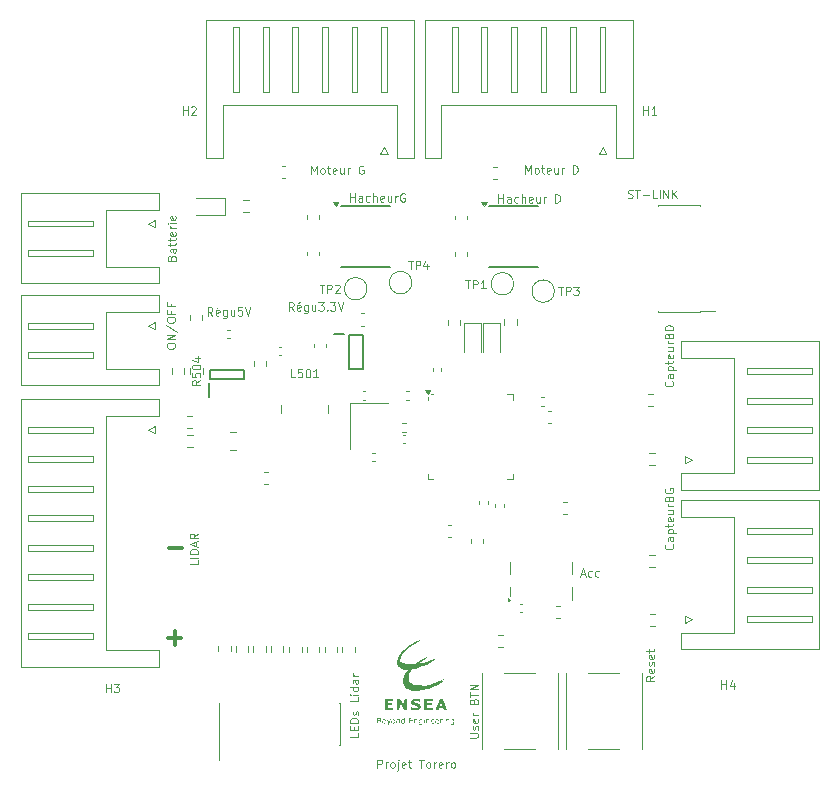
<source format=gto>
%TF.GenerationSoftware,KiCad,Pcbnew,8.0.5*%
%TF.CreationDate,2024-10-23T00:06:32+02:00*%
%TF.ProjectId,Projet_torero,50726f6a-6574-45f7-946f-7265726f2e6b,rev?*%
%TF.SameCoordinates,Original*%
%TF.FileFunction,Legend,Top*%
%TF.FilePolarity,Positive*%
%FSLAX46Y46*%
G04 Gerber Fmt 4.6, Leading zero omitted, Abs format (unit mm)*
G04 Created by KiCad (PCBNEW 8.0.5) date 2024-10-23 00:06:32*
%MOMM*%
%LPD*%
G01*
G04 APERTURE LIST*
%ADD10C,0.100000*%
%ADD11C,0.300000*%
%ADD12C,0.120000*%
%ADD13C,0.200000*%
%ADD14C,0.000000*%
%ADD15C,0.150000*%
G04 APERTURE END LIST*
D10*
X163332455Y-106534133D02*
X163332455Y-105834133D01*
X163332455Y-105834133D02*
X163599122Y-105834133D01*
X163599122Y-105834133D02*
X163665789Y-105867466D01*
X163665789Y-105867466D02*
X163699122Y-105900800D01*
X163699122Y-105900800D02*
X163732455Y-105967466D01*
X163732455Y-105967466D02*
X163732455Y-106067466D01*
X163732455Y-106067466D02*
X163699122Y-106134133D01*
X163699122Y-106134133D02*
X163665789Y-106167466D01*
X163665789Y-106167466D02*
X163599122Y-106200800D01*
X163599122Y-106200800D02*
X163332455Y-106200800D01*
X164032455Y-106534133D02*
X164032455Y-106067466D01*
X164032455Y-106200800D02*
X164065789Y-106134133D01*
X164065789Y-106134133D02*
X164099122Y-106100800D01*
X164099122Y-106100800D02*
X164165789Y-106067466D01*
X164165789Y-106067466D02*
X164232455Y-106067466D01*
X164565788Y-106534133D02*
X164499122Y-106500800D01*
X164499122Y-106500800D02*
X164465788Y-106467466D01*
X164465788Y-106467466D02*
X164432455Y-106400800D01*
X164432455Y-106400800D02*
X164432455Y-106200800D01*
X164432455Y-106200800D02*
X164465788Y-106134133D01*
X164465788Y-106134133D02*
X164499122Y-106100800D01*
X164499122Y-106100800D02*
X164565788Y-106067466D01*
X164565788Y-106067466D02*
X164665788Y-106067466D01*
X164665788Y-106067466D02*
X164732455Y-106100800D01*
X164732455Y-106100800D02*
X164765788Y-106134133D01*
X164765788Y-106134133D02*
X164799122Y-106200800D01*
X164799122Y-106200800D02*
X164799122Y-106400800D01*
X164799122Y-106400800D02*
X164765788Y-106467466D01*
X164765788Y-106467466D02*
X164732455Y-106500800D01*
X164732455Y-106500800D02*
X164665788Y-106534133D01*
X164665788Y-106534133D02*
X164565788Y-106534133D01*
X165099121Y-106067466D02*
X165099121Y-106667466D01*
X165099121Y-106667466D02*
X165065788Y-106734133D01*
X165065788Y-106734133D02*
X164999121Y-106767466D01*
X164999121Y-106767466D02*
X164965788Y-106767466D01*
X165099121Y-105834133D02*
X165065788Y-105867466D01*
X165065788Y-105867466D02*
X165099121Y-105900800D01*
X165099121Y-105900800D02*
X165132455Y-105867466D01*
X165132455Y-105867466D02*
X165099121Y-105834133D01*
X165099121Y-105834133D02*
X165099121Y-105900800D01*
X165699121Y-106500800D02*
X165632454Y-106534133D01*
X165632454Y-106534133D02*
X165499121Y-106534133D01*
X165499121Y-106534133D02*
X165432454Y-106500800D01*
X165432454Y-106500800D02*
X165399121Y-106434133D01*
X165399121Y-106434133D02*
X165399121Y-106167466D01*
X165399121Y-106167466D02*
X165432454Y-106100800D01*
X165432454Y-106100800D02*
X165499121Y-106067466D01*
X165499121Y-106067466D02*
X165632454Y-106067466D01*
X165632454Y-106067466D02*
X165699121Y-106100800D01*
X165699121Y-106100800D02*
X165732454Y-106167466D01*
X165732454Y-106167466D02*
X165732454Y-106234133D01*
X165732454Y-106234133D02*
X165399121Y-106300800D01*
X165932454Y-106067466D02*
X166199121Y-106067466D01*
X166032454Y-105834133D02*
X166032454Y-106434133D01*
X166032454Y-106434133D02*
X166065788Y-106500800D01*
X166065788Y-106500800D02*
X166132454Y-106534133D01*
X166132454Y-106534133D02*
X166199121Y-106534133D01*
X166865787Y-105834133D02*
X167265787Y-105834133D01*
X167065787Y-106534133D02*
X167065787Y-105834133D01*
X167599120Y-106534133D02*
X167532454Y-106500800D01*
X167532454Y-106500800D02*
X167499120Y-106467466D01*
X167499120Y-106467466D02*
X167465787Y-106400800D01*
X167465787Y-106400800D02*
X167465787Y-106200800D01*
X167465787Y-106200800D02*
X167499120Y-106134133D01*
X167499120Y-106134133D02*
X167532454Y-106100800D01*
X167532454Y-106100800D02*
X167599120Y-106067466D01*
X167599120Y-106067466D02*
X167699120Y-106067466D01*
X167699120Y-106067466D02*
X167765787Y-106100800D01*
X167765787Y-106100800D02*
X167799120Y-106134133D01*
X167799120Y-106134133D02*
X167832454Y-106200800D01*
X167832454Y-106200800D02*
X167832454Y-106400800D01*
X167832454Y-106400800D02*
X167799120Y-106467466D01*
X167799120Y-106467466D02*
X167765787Y-106500800D01*
X167765787Y-106500800D02*
X167699120Y-106534133D01*
X167699120Y-106534133D02*
X167599120Y-106534133D01*
X168132453Y-106534133D02*
X168132453Y-106067466D01*
X168132453Y-106200800D02*
X168165787Y-106134133D01*
X168165787Y-106134133D02*
X168199120Y-106100800D01*
X168199120Y-106100800D02*
X168265787Y-106067466D01*
X168265787Y-106067466D02*
X168332453Y-106067466D01*
X168832453Y-106500800D02*
X168765786Y-106534133D01*
X168765786Y-106534133D02*
X168632453Y-106534133D01*
X168632453Y-106534133D02*
X168565786Y-106500800D01*
X168565786Y-106500800D02*
X168532453Y-106434133D01*
X168532453Y-106434133D02*
X168532453Y-106167466D01*
X168532453Y-106167466D02*
X168565786Y-106100800D01*
X168565786Y-106100800D02*
X168632453Y-106067466D01*
X168632453Y-106067466D02*
X168765786Y-106067466D01*
X168765786Y-106067466D02*
X168832453Y-106100800D01*
X168832453Y-106100800D02*
X168865786Y-106167466D01*
X168865786Y-106167466D02*
X168865786Y-106234133D01*
X168865786Y-106234133D02*
X168532453Y-106300800D01*
X169165786Y-106534133D02*
X169165786Y-106067466D01*
X169165786Y-106200800D02*
X169199120Y-106134133D01*
X169199120Y-106134133D02*
X169232453Y-106100800D01*
X169232453Y-106100800D02*
X169299120Y-106067466D01*
X169299120Y-106067466D02*
X169365786Y-106067466D01*
X169699119Y-106534133D02*
X169632453Y-106500800D01*
X169632453Y-106500800D02*
X169599119Y-106467466D01*
X169599119Y-106467466D02*
X169565786Y-106400800D01*
X169565786Y-106400800D02*
X169565786Y-106200800D01*
X169565786Y-106200800D02*
X169599119Y-106134133D01*
X169599119Y-106134133D02*
X169632453Y-106100800D01*
X169632453Y-106100800D02*
X169699119Y-106067466D01*
X169699119Y-106067466D02*
X169799119Y-106067466D01*
X169799119Y-106067466D02*
X169865786Y-106100800D01*
X169865786Y-106100800D02*
X169899119Y-106134133D01*
X169899119Y-106134133D02*
X169932453Y-106200800D01*
X169932453Y-106200800D02*
X169932453Y-106400800D01*
X169932453Y-106400800D02*
X169899119Y-106467466D01*
X169899119Y-106467466D02*
X169865786Y-106500800D01*
X169865786Y-106500800D02*
X169799119Y-106534133D01*
X169799119Y-106534133D02*
X169699119Y-106534133D01*
D11*
X145604510Y-95554400D02*
X146747368Y-95554400D01*
X146175939Y-96125828D02*
X146175939Y-94982971D01*
X145654510Y-87929400D02*
X146797368Y-87929400D01*
D10*
X171159133Y-103992544D02*
X171725800Y-103992544D01*
X171725800Y-103992544D02*
X171792466Y-103959211D01*
X171792466Y-103959211D02*
X171825800Y-103925877D01*
X171825800Y-103925877D02*
X171859133Y-103859211D01*
X171859133Y-103859211D02*
X171859133Y-103725877D01*
X171859133Y-103725877D02*
X171825800Y-103659211D01*
X171825800Y-103659211D02*
X171792466Y-103625877D01*
X171792466Y-103625877D02*
X171725800Y-103592544D01*
X171725800Y-103592544D02*
X171159133Y-103592544D01*
X171825800Y-103292544D02*
X171859133Y-103225878D01*
X171859133Y-103225878D02*
X171859133Y-103092544D01*
X171859133Y-103092544D02*
X171825800Y-103025878D01*
X171825800Y-103025878D02*
X171759133Y-102992544D01*
X171759133Y-102992544D02*
X171725800Y-102992544D01*
X171725800Y-102992544D02*
X171659133Y-103025878D01*
X171659133Y-103025878D02*
X171625800Y-103092544D01*
X171625800Y-103092544D02*
X171625800Y-103192544D01*
X171625800Y-103192544D02*
X171592466Y-103259211D01*
X171592466Y-103259211D02*
X171525800Y-103292544D01*
X171525800Y-103292544D02*
X171492466Y-103292544D01*
X171492466Y-103292544D02*
X171425800Y-103259211D01*
X171425800Y-103259211D02*
X171392466Y-103192544D01*
X171392466Y-103192544D02*
X171392466Y-103092544D01*
X171392466Y-103092544D02*
X171425800Y-103025878D01*
X171825800Y-102425877D02*
X171859133Y-102492544D01*
X171859133Y-102492544D02*
X171859133Y-102625877D01*
X171859133Y-102625877D02*
X171825800Y-102692544D01*
X171825800Y-102692544D02*
X171759133Y-102725877D01*
X171759133Y-102725877D02*
X171492466Y-102725877D01*
X171492466Y-102725877D02*
X171425800Y-102692544D01*
X171425800Y-102692544D02*
X171392466Y-102625877D01*
X171392466Y-102625877D02*
X171392466Y-102492544D01*
X171392466Y-102492544D02*
X171425800Y-102425877D01*
X171425800Y-102425877D02*
X171492466Y-102392544D01*
X171492466Y-102392544D02*
X171559133Y-102392544D01*
X171559133Y-102392544D02*
X171625800Y-102725877D01*
X171859133Y-102092544D02*
X171392466Y-102092544D01*
X171525800Y-102092544D02*
X171459133Y-102059211D01*
X171459133Y-102059211D02*
X171425800Y-102025877D01*
X171425800Y-102025877D02*
X171392466Y-101959211D01*
X171392466Y-101959211D02*
X171392466Y-101892544D01*
X171492466Y-100892545D02*
X171525800Y-100792545D01*
X171525800Y-100792545D02*
X171559133Y-100759211D01*
X171559133Y-100759211D02*
X171625800Y-100725878D01*
X171625800Y-100725878D02*
X171725800Y-100725878D01*
X171725800Y-100725878D02*
X171792466Y-100759211D01*
X171792466Y-100759211D02*
X171825800Y-100792545D01*
X171825800Y-100792545D02*
X171859133Y-100859211D01*
X171859133Y-100859211D02*
X171859133Y-101125878D01*
X171859133Y-101125878D02*
X171159133Y-101125878D01*
X171159133Y-101125878D02*
X171159133Y-100892545D01*
X171159133Y-100892545D02*
X171192466Y-100825878D01*
X171192466Y-100825878D02*
X171225800Y-100792545D01*
X171225800Y-100792545D02*
X171292466Y-100759211D01*
X171292466Y-100759211D02*
X171359133Y-100759211D01*
X171359133Y-100759211D02*
X171425800Y-100792545D01*
X171425800Y-100792545D02*
X171459133Y-100825878D01*
X171459133Y-100825878D02*
X171492466Y-100892545D01*
X171492466Y-100892545D02*
X171492466Y-101125878D01*
X171159133Y-100525878D02*
X171159133Y-100125878D01*
X171859133Y-100325878D02*
X171159133Y-100325878D01*
X171859133Y-99892545D02*
X171159133Y-99892545D01*
X171159133Y-99892545D02*
X171859133Y-99492545D01*
X171859133Y-99492545D02*
X171159133Y-99492545D01*
X170791666Y-65243633D02*
X171191666Y-65243633D01*
X170991666Y-65943633D02*
X170991666Y-65243633D01*
X171424999Y-65943633D02*
X171424999Y-65243633D01*
X171424999Y-65243633D02*
X171691666Y-65243633D01*
X171691666Y-65243633D02*
X171758333Y-65276966D01*
X171758333Y-65276966D02*
X171791666Y-65310300D01*
X171791666Y-65310300D02*
X171824999Y-65376966D01*
X171824999Y-65376966D02*
X171824999Y-65476966D01*
X171824999Y-65476966D02*
X171791666Y-65543633D01*
X171791666Y-65543633D02*
X171758333Y-65576966D01*
X171758333Y-65576966D02*
X171691666Y-65610300D01*
X171691666Y-65610300D02*
X171424999Y-65610300D01*
X172491666Y-65943633D02*
X172091666Y-65943633D01*
X172291666Y-65943633D02*
X172291666Y-65243633D01*
X172291666Y-65243633D02*
X172224999Y-65343633D01*
X172224999Y-65343633D02*
X172158333Y-65410300D01*
X172158333Y-65410300D02*
X172091666Y-65443633D01*
X175875000Y-56218633D02*
X175875000Y-55518633D01*
X175875000Y-55518633D02*
X176108334Y-56018633D01*
X176108334Y-56018633D02*
X176341667Y-55518633D01*
X176341667Y-55518633D02*
X176341667Y-56218633D01*
X176775000Y-56218633D02*
X176708334Y-56185300D01*
X176708334Y-56185300D02*
X176675000Y-56151966D01*
X176675000Y-56151966D02*
X176641667Y-56085300D01*
X176641667Y-56085300D02*
X176641667Y-55885300D01*
X176641667Y-55885300D02*
X176675000Y-55818633D01*
X176675000Y-55818633D02*
X176708334Y-55785300D01*
X176708334Y-55785300D02*
X176775000Y-55751966D01*
X176775000Y-55751966D02*
X176875000Y-55751966D01*
X176875000Y-55751966D02*
X176941667Y-55785300D01*
X176941667Y-55785300D02*
X176975000Y-55818633D01*
X176975000Y-55818633D02*
X177008334Y-55885300D01*
X177008334Y-55885300D02*
X177008334Y-56085300D01*
X177008334Y-56085300D02*
X176975000Y-56151966D01*
X176975000Y-56151966D02*
X176941667Y-56185300D01*
X176941667Y-56185300D02*
X176875000Y-56218633D01*
X176875000Y-56218633D02*
X176775000Y-56218633D01*
X177208333Y-55751966D02*
X177475000Y-55751966D01*
X177308333Y-55518633D02*
X177308333Y-56118633D01*
X177308333Y-56118633D02*
X177341667Y-56185300D01*
X177341667Y-56185300D02*
X177408333Y-56218633D01*
X177408333Y-56218633D02*
X177475000Y-56218633D01*
X177975000Y-56185300D02*
X177908333Y-56218633D01*
X177908333Y-56218633D02*
X177775000Y-56218633D01*
X177775000Y-56218633D02*
X177708333Y-56185300D01*
X177708333Y-56185300D02*
X177675000Y-56118633D01*
X177675000Y-56118633D02*
X177675000Y-55851966D01*
X177675000Y-55851966D02*
X177708333Y-55785300D01*
X177708333Y-55785300D02*
X177775000Y-55751966D01*
X177775000Y-55751966D02*
X177908333Y-55751966D01*
X177908333Y-55751966D02*
X177975000Y-55785300D01*
X177975000Y-55785300D02*
X178008333Y-55851966D01*
X178008333Y-55851966D02*
X178008333Y-55918633D01*
X178008333Y-55918633D02*
X177675000Y-55985300D01*
X178608333Y-55751966D02*
X178608333Y-56218633D01*
X178308333Y-55751966D02*
X178308333Y-56118633D01*
X178308333Y-56118633D02*
X178341667Y-56185300D01*
X178341667Y-56185300D02*
X178408333Y-56218633D01*
X178408333Y-56218633D02*
X178508333Y-56218633D01*
X178508333Y-56218633D02*
X178575000Y-56185300D01*
X178575000Y-56185300D02*
X178608333Y-56151966D01*
X178941666Y-56218633D02*
X178941666Y-55751966D01*
X178941666Y-55885300D02*
X178975000Y-55818633D01*
X178975000Y-55818633D02*
X179008333Y-55785300D01*
X179008333Y-55785300D02*
X179075000Y-55751966D01*
X179075000Y-55751966D02*
X179141666Y-55751966D01*
X179908332Y-56218633D02*
X179908332Y-55518633D01*
X179908332Y-55518633D02*
X180074999Y-55518633D01*
X180074999Y-55518633D02*
X180174999Y-55551966D01*
X180174999Y-55551966D02*
X180241666Y-55618633D01*
X180241666Y-55618633D02*
X180274999Y-55685300D01*
X180274999Y-55685300D02*
X180308332Y-55818633D01*
X180308332Y-55818633D02*
X180308332Y-55918633D01*
X180308332Y-55918633D02*
X180274999Y-56051966D01*
X180274999Y-56051966D02*
X180241666Y-56118633D01*
X180241666Y-56118633D02*
X180174999Y-56185300D01*
X180174999Y-56185300D02*
X180074999Y-56218633D01*
X180074999Y-56218633D02*
X179908332Y-56218633D01*
X186793633Y-98741666D02*
X186460300Y-98974999D01*
X186793633Y-99141666D02*
X186093633Y-99141666D01*
X186093633Y-99141666D02*
X186093633Y-98874999D01*
X186093633Y-98874999D02*
X186126966Y-98808333D01*
X186126966Y-98808333D02*
X186160300Y-98774999D01*
X186160300Y-98774999D02*
X186226966Y-98741666D01*
X186226966Y-98741666D02*
X186326966Y-98741666D01*
X186326966Y-98741666D02*
X186393633Y-98774999D01*
X186393633Y-98774999D02*
X186426966Y-98808333D01*
X186426966Y-98808333D02*
X186460300Y-98874999D01*
X186460300Y-98874999D02*
X186460300Y-99141666D01*
X186760300Y-98174999D02*
X186793633Y-98241666D01*
X186793633Y-98241666D02*
X186793633Y-98374999D01*
X186793633Y-98374999D02*
X186760300Y-98441666D01*
X186760300Y-98441666D02*
X186693633Y-98474999D01*
X186693633Y-98474999D02*
X186426966Y-98474999D01*
X186426966Y-98474999D02*
X186360300Y-98441666D01*
X186360300Y-98441666D02*
X186326966Y-98374999D01*
X186326966Y-98374999D02*
X186326966Y-98241666D01*
X186326966Y-98241666D02*
X186360300Y-98174999D01*
X186360300Y-98174999D02*
X186426966Y-98141666D01*
X186426966Y-98141666D02*
X186493633Y-98141666D01*
X186493633Y-98141666D02*
X186560300Y-98474999D01*
X186760300Y-97874999D02*
X186793633Y-97808333D01*
X186793633Y-97808333D02*
X186793633Y-97674999D01*
X186793633Y-97674999D02*
X186760300Y-97608333D01*
X186760300Y-97608333D02*
X186693633Y-97574999D01*
X186693633Y-97574999D02*
X186660300Y-97574999D01*
X186660300Y-97574999D02*
X186593633Y-97608333D01*
X186593633Y-97608333D02*
X186560300Y-97674999D01*
X186560300Y-97674999D02*
X186560300Y-97774999D01*
X186560300Y-97774999D02*
X186526966Y-97841666D01*
X186526966Y-97841666D02*
X186460300Y-97874999D01*
X186460300Y-97874999D02*
X186426966Y-97874999D01*
X186426966Y-97874999D02*
X186360300Y-97841666D01*
X186360300Y-97841666D02*
X186326966Y-97774999D01*
X186326966Y-97774999D02*
X186326966Y-97674999D01*
X186326966Y-97674999D02*
X186360300Y-97608333D01*
X186760300Y-97008332D02*
X186793633Y-97074999D01*
X186793633Y-97074999D02*
X186793633Y-97208332D01*
X186793633Y-97208332D02*
X186760300Y-97274999D01*
X186760300Y-97274999D02*
X186693633Y-97308332D01*
X186693633Y-97308332D02*
X186426966Y-97308332D01*
X186426966Y-97308332D02*
X186360300Y-97274999D01*
X186360300Y-97274999D02*
X186326966Y-97208332D01*
X186326966Y-97208332D02*
X186326966Y-97074999D01*
X186326966Y-97074999D02*
X186360300Y-97008332D01*
X186360300Y-97008332D02*
X186426966Y-96974999D01*
X186426966Y-96974999D02*
X186493633Y-96974999D01*
X186493633Y-96974999D02*
X186560300Y-97308332D01*
X186326966Y-96774999D02*
X186326966Y-96508332D01*
X186093633Y-96674999D02*
X186693633Y-96674999D01*
X186693633Y-96674999D02*
X186760300Y-96641666D01*
X186760300Y-96641666D02*
X186793633Y-96574999D01*
X186793633Y-96574999D02*
X186793633Y-96508332D01*
X188301966Y-73799999D02*
X188335300Y-73833332D01*
X188335300Y-73833332D02*
X188368633Y-73933332D01*
X188368633Y-73933332D02*
X188368633Y-73999999D01*
X188368633Y-73999999D02*
X188335300Y-74099999D01*
X188335300Y-74099999D02*
X188268633Y-74166666D01*
X188268633Y-74166666D02*
X188201966Y-74199999D01*
X188201966Y-74199999D02*
X188068633Y-74233332D01*
X188068633Y-74233332D02*
X187968633Y-74233332D01*
X187968633Y-74233332D02*
X187835300Y-74199999D01*
X187835300Y-74199999D02*
X187768633Y-74166666D01*
X187768633Y-74166666D02*
X187701966Y-74099999D01*
X187701966Y-74099999D02*
X187668633Y-73999999D01*
X187668633Y-73999999D02*
X187668633Y-73933332D01*
X187668633Y-73933332D02*
X187701966Y-73833332D01*
X187701966Y-73833332D02*
X187735300Y-73799999D01*
X188368633Y-73199999D02*
X188001966Y-73199999D01*
X188001966Y-73199999D02*
X187935300Y-73233332D01*
X187935300Y-73233332D02*
X187901966Y-73299999D01*
X187901966Y-73299999D02*
X187901966Y-73433332D01*
X187901966Y-73433332D02*
X187935300Y-73499999D01*
X188335300Y-73199999D02*
X188368633Y-73266666D01*
X188368633Y-73266666D02*
X188368633Y-73433332D01*
X188368633Y-73433332D02*
X188335300Y-73499999D01*
X188335300Y-73499999D02*
X188268633Y-73533332D01*
X188268633Y-73533332D02*
X188201966Y-73533332D01*
X188201966Y-73533332D02*
X188135300Y-73499999D01*
X188135300Y-73499999D02*
X188101966Y-73433332D01*
X188101966Y-73433332D02*
X188101966Y-73266666D01*
X188101966Y-73266666D02*
X188068633Y-73199999D01*
X187901966Y-72866666D02*
X188601966Y-72866666D01*
X187935300Y-72866666D02*
X187901966Y-72799999D01*
X187901966Y-72799999D02*
X187901966Y-72666666D01*
X187901966Y-72666666D02*
X187935300Y-72599999D01*
X187935300Y-72599999D02*
X187968633Y-72566666D01*
X187968633Y-72566666D02*
X188035300Y-72533333D01*
X188035300Y-72533333D02*
X188235300Y-72533333D01*
X188235300Y-72533333D02*
X188301966Y-72566666D01*
X188301966Y-72566666D02*
X188335300Y-72599999D01*
X188335300Y-72599999D02*
X188368633Y-72666666D01*
X188368633Y-72666666D02*
X188368633Y-72799999D01*
X188368633Y-72799999D02*
X188335300Y-72866666D01*
X187901966Y-72333333D02*
X187901966Y-72066666D01*
X187668633Y-72233333D02*
X188268633Y-72233333D01*
X188268633Y-72233333D02*
X188335300Y-72200000D01*
X188335300Y-72200000D02*
X188368633Y-72133333D01*
X188368633Y-72133333D02*
X188368633Y-72066666D01*
X188335300Y-71566666D02*
X188368633Y-71633333D01*
X188368633Y-71633333D02*
X188368633Y-71766666D01*
X188368633Y-71766666D02*
X188335300Y-71833333D01*
X188335300Y-71833333D02*
X188268633Y-71866666D01*
X188268633Y-71866666D02*
X188001966Y-71866666D01*
X188001966Y-71866666D02*
X187935300Y-71833333D01*
X187935300Y-71833333D02*
X187901966Y-71766666D01*
X187901966Y-71766666D02*
X187901966Y-71633333D01*
X187901966Y-71633333D02*
X187935300Y-71566666D01*
X187935300Y-71566666D02*
X188001966Y-71533333D01*
X188001966Y-71533333D02*
X188068633Y-71533333D01*
X188068633Y-71533333D02*
X188135300Y-71866666D01*
X187901966Y-70933333D02*
X188368633Y-70933333D01*
X187901966Y-71233333D02*
X188268633Y-71233333D01*
X188268633Y-71233333D02*
X188335300Y-71200000D01*
X188335300Y-71200000D02*
X188368633Y-71133333D01*
X188368633Y-71133333D02*
X188368633Y-71033333D01*
X188368633Y-71033333D02*
X188335300Y-70966666D01*
X188335300Y-70966666D02*
X188301966Y-70933333D01*
X188368633Y-70600000D02*
X187901966Y-70600000D01*
X188035300Y-70600000D02*
X187968633Y-70566667D01*
X187968633Y-70566667D02*
X187935300Y-70533333D01*
X187935300Y-70533333D02*
X187901966Y-70466667D01*
X187901966Y-70466667D02*
X187901966Y-70400000D01*
X188001966Y-69933334D02*
X188035300Y-69833334D01*
X188035300Y-69833334D02*
X188068633Y-69800000D01*
X188068633Y-69800000D02*
X188135300Y-69766667D01*
X188135300Y-69766667D02*
X188235300Y-69766667D01*
X188235300Y-69766667D02*
X188301966Y-69800000D01*
X188301966Y-69800000D02*
X188335300Y-69833334D01*
X188335300Y-69833334D02*
X188368633Y-69900000D01*
X188368633Y-69900000D02*
X188368633Y-70166667D01*
X188368633Y-70166667D02*
X187668633Y-70166667D01*
X187668633Y-70166667D02*
X187668633Y-69933334D01*
X187668633Y-69933334D02*
X187701966Y-69866667D01*
X187701966Y-69866667D02*
X187735300Y-69833334D01*
X187735300Y-69833334D02*
X187801966Y-69800000D01*
X187801966Y-69800000D02*
X187868633Y-69800000D01*
X187868633Y-69800000D02*
X187935300Y-69833334D01*
X187935300Y-69833334D02*
X187968633Y-69866667D01*
X187968633Y-69866667D02*
X188001966Y-69933334D01*
X188001966Y-69933334D02*
X188001966Y-70166667D01*
X188368633Y-69466667D02*
X187668633Y-69466667D01*
X187668633Y-69466667D02*
X187668633Y-69300000D01*
X187668633Y-69300000D02*
X187701966Y-69200000D01*
X187701966Y-69200000D02*
X187768633Y-69133334D01*
X187768633Y-69133334D02*
X187835300Y-69100000D01*
X187835300Y-69100000D02*
X187968633Y-69066667D01*
X187968633Y-69066667D02*
X188068633Y-69066667D01*
X188068633Y-69066667D02*
X188201966Y-69100000D01*
X188201966Y-69100000D02*
X188268633Y-69133334D01*
X188268633Y-69133334D02*
X188335300Y-69200000D01*
X188335300Y-69200000D02*
X188368633Y-69300000D01*
X188368633Y-69300000D02*
X188368633Y-69466667D01*
X156250000Y-67818633D02*
X156016667Y-67485300D01*
X155850000Y-67818633D02*
X155850000Y-67118633D01*
X155850000Y-67118633D02*
X156116667Y-67118633D01*
X156116667Y-67118633D02*
X156183334Y-67151966D01*
X156183334Y-67151966D02*
X156216667Y-67185300D01*
X156216667Y-67185300D02*
X156250000Y-67251966D01*
X156250000Y-67251966D02*
X156250000Y-67351966D01*
X156250000Y-67351966D02*
X156216667Y-67418633D01*
X156216667Y-67418633D02*
X156183334Y-67451966D01*
X156183334Y-67451966D02*
X156116667Y-67485300D01*
X156116667Y-67485300D02*
X155850000Y-67485300D01*
X156816667Y-67785300D02*
X156750000Y-67818633D01*
X156750000Y-67818633D02*
X156616667Y-67818633D01*
X156616667Y-67818633D02*
X156550000Y-67785300D01*
X156550000Y-67785300D02*
X156516667Y-67718633D01*
X156516667Y-67718633D02*
X156516667Y-67451966D01*
X156516667Y-67451966D02*
X156550000Y-67385300D01*
X156550000Y-67385300D02*
X156616667Y-67351966D01*
X156616667Y-67351966D02*
X156750000Y-67351966D01*
X156750000Y-67351966D02*
X156816667Y-67385300D01*
X156816667Y-67385300D02*
X156850000Y-67451966D01*
X156850000Y-67451966D02*
X156850000Y-67518633D01*
X156850000Y-67518633D02*
X156516667Y-67585300D01*
X156750000Y-67085300D02*
X156650000Y-67185300D01*
X157450000Y-67351966D02*
X157450000Y-67918633D01*
X157450000Y-67918633D02*
X157416667Y-67985300D01*
X157416667Y-67985300D02*
X157383334Y-68018633D01*
X157383334Y-68018633D02*
X157316667Y-68051966D01*
X157316667Y-68051966D02*
X157216667Y-68051966D01*
X157216667Y-68051966D02*
X157150000Y-68018633D01*
X157450000Y-67785300D02*
X157383334Y-67818633D01*
X157383334Y-67818633D02*
X157250000Y-67818633D01*
X157250000Y-67818633D02*
X157183334Y-67785300D01*
X157183334Y-67785300D02*
X157150000Y-67751966D01*
X157150000Y-67751966D02*
X157116667Y-67685300D01*
X157116667Y-67685300D02*
X157116667Y-67485300D01*
X157116667Y-67485300D02*
X157150000Y-67418633D01*
X157150000Y-67418633D02*
X157183334Y-67385300D01*
X157183334Y-67385300D02*
X157250000Y-67351966D01*
X157250000Y-67351966D02*
X157383334Y-67351966D01*
X157383334Y-67351966D02*
X157450000Y-67385300D01*
X158083333Y-67351966D02*
X158083333Y-67818633D01*
X157783333Y-67351966D02*
X157783333Y-67718633D01*
X157783333Y-67718633D02*
X157816667Y-67785300D01*
X157816667Y-67785300D02*
X157883333Y-67818633D01*
X157883333Y-67818633D02*
X157983333Y-67818633D01*
X157983333Y-67818633D02*
X158050000Y-67785300D01*
X158050000Y-67785300D02*
X158083333Y-67751966D01*
X158350000Y-67118633D02*
X158783333Y-67118633D01*
X158783333Y-67118633D02*
X158550000Y-67385300D01*
X158550000Y-67385300D02*
X158650000Y-67385300D01*
X158650000Y-67385300D02*
X158716666Y-67418633D01*
X158716666Y-67418633D02*
X158750000Y-67451966D01*
X158750000Y-67451966D02*
X158783333Y-67518633D01*
X158783333Y-67518633D02*
X158783333Y-67685300D01*
X158783333Y-67685300D02*
X158750000Y-67751966D01*
X158750000Y-67751966D02*
X158716666Y-67785300D01*
X158716666Y-67785300D02*
X158650000Y-67818633D01*
X158650000Y-67818633D02*
X158450000Y-67818633D01*
X158450000Y-67818633D02*
X158383333Y-67785300D01*
X158383333Y-67785300D02*
X158350000Y-67751966D01*
X159083333Y-67751966D02*
X159116667Y-67785300D01*
X159116667Y-67785300D02*
X159083333Y-67818633D01*
X159083333Y-67818633D02*
X159050000Y-67785300D01*
X159050000Y-67785300D02*
X159083333Y-67751966D01*
X159083333Y-67751966D02*
X159083333Y-67818633D01*
X159350000Y-67118633D02*
X159783333Y-67118633D01*
X159783333Y-67118633D02*
X159550000Y-67385300D01*
X159550000Y-67385300D02*
X159650000Y-67385300D01*
X159650000Y-67385300D02*
X159716666Y-67418633D01*
X159716666Y-67418633D02*
X159750000Y-67451966D01*
X159750000Y-67451966D02*
X159783333Y-67518633D01*
X159783333Y-67518633D02*
X159783333Y-67685300D01*
X159783333Y-67685300D02*
X159750000Y-67751966D01*
X159750000Y-67751966D02*
X159716666Y-67785300D01*
X159716666Y-67785300D02*
X159650000Y-67818633D01*
X159650000Y-67818633D02*
X159450000Y-67818633D01*
X159450000Y-67818633D02*
X159383333Y-67785300D01*
X159383333Y-67785300D02*
X159350000Y-67751966D01*
X159983333Y-67118633D02*
X160216667Y-67818633D01*
X160216667Y-67818633D02*
X160450000Y-67118633D01*
X165941666Y-63618633D02*
X166341666Y-63618633D01*
X166141666Y-64318633D02*
X166141666Y-63618633D01*
X166574999Y-64318633D02*
X166574999Y-63618633D01*
X166574999Y-63618633D02*
X166841666Y-63618633D01*
X166841666Y-63618633D02*
X166908333Y-63651966D01*
X166908333Y-63651966D02*
X166941666Y-63685300D01*
X166941666Y-63685300D02*
X166974999Y-63751966D01*
X166974999Y-63751966D02*
X166974999Y-63851966D01*
X166974999Y-63851966D02*
X166941666Y-63918633D01*
X166941666Y-63918633D02*
X166908333Y-63951966D01*
X166908333Y-63951966D02*
X166841666Y-63985300D01*
X166841666Y-63985300D02*
X166574999Y-63985300D01*
X167574999Y-63851966D02*
X167574999Y-64318633D01*
X167408333Y-63585300D02*
X167241666Y-64085300D01*
X167241666Y-64085300D02*
X167674999Y-64085300D01*
X145493633Y-70866666D02*
X145493633Y-70733332D01*
X145493633Y-70733332D02*
X145526966Y-70666666D01*
X145526966Y-70666666D02*
X145593633Y-70599999D01*
X145593633Y-70599999D02*
X145726966Y-70566666D01*
X145726966Y-70566666D02*
X145960300Y-70566666D01*
X145960300Y-70566666D02*
X146093633Y-70599999D01*
X146093633Y-70599999D02*
X146160300Y-70666666D01*
X146160300Y-70666666D02*
X146193633Y-70733332D01*
X146193633Y-70733332D02*
X146193633Y-70866666D01*
X146193633Y-70866666D02*
X146160300Y-70933332D01*
X146160300Y-70933332D02*
X146093633Y-70999999D01*
X146093633Y-70999999D02*
X145960300Y-71033332D01*
X145960300Y-71033332D02*
X145726966Y-71033332D01*
X145726966Y-71033332D02*
X145593633Y-70999999D01*
X145593633Y-70999999D02*
X145526966Y-70933332D01*
X145526966Y-70933332D02*
X145493633Y-70866666D01*
X146193633Y-70266666D02*
X145493633Y-70266666D01*
X145493633Y-70266666D02*
X146193633Y-69866666D01*
X146193633Y-69866666D02*
X145493633Y-69866666D01*
X145460300Y-69033333D02*
X146360300Y-69633333D01*
X145493633Y-68666667D02*
X145493633Y-68533333D01*
X145493633Y-68533333D02*
X145526966Y-68466667D01*
X145526966Y-68466667D02*
X145593633Y-68400000D01*
X145593633Y-68400000D02*
X145726966Y-68366667D01*
X145726966Y-68366667D02*
X145960300Y-68366667D01*
X145960300Y-68366667D02*
X146093633Y-68400000D01*
X146093633Y-68400000D02*
X146160300Y-68466667D01*
X146160300Y-68466667D02*
X146193633Y-68533333D01*
X146193633Y-68533333D02*
X146193633Y-68666667D01*
X146193633Y-68666667D02*
X146160300Y-68733333D01*
X146160300Y-68733333D02*
X146093633Y-68800000D01*
X146093633Y-68800000D02*
X145960300Y-68833333D01*
X145960300Y-68833333D02*
X145726966Y-68833333D01*
X145726966Y-68833333D02*
X145593633Y-68800000D01*
X145593633Y-68800000D02*
X145526966Y-68733333D01*
X145526966Y-68733333D02*
X145493633Y-68666667D01*
X145826966Y-67833334D02*
X145826966Y-68066667D01*
X146193633Y-68066667D02*
X145493633Y-68066667D01*
X145493633Y-68066667D02*
X145493633Y-67733334D01*
X145826966Y-67233334D02*
X145826966Y-67466667D01*
X146193633Y-67466667D02*
X145493633Y-67466667D01*
X145493633Y-67466667D02*
X145493633Y-67133334D01*
X180558333Y-90143633D02*
X180891666Y-90143633D01*
X180491666Y-90343633D02*
X180725000Y-89643633D01*
X180725000Y-89643633D02*
X180958333Y-90343633D01*
X181491666Y-90310300D02*
X181425000Y-90343633D01*
X181425000Y-90343633D02*
X181291666Y-90343633D01*
X181291666Y-90343633D02*
X181225000Y-90310300D01*
X181225000Y-90310300D02*
X181191666Y-90276966D01*
X181191666Y-90276966D02*
X181158333Y-90210300D01*
X181158333Y-90210300D02*
X181158333Y-90010300D01*
X181158333Y-90010300D02*
X181191666Y-89943633D01*
X181191666Y-89943633D02*
X181225000Y-89910300D01*
X181225000Y-89910300D02*
X181291666Y-89876966D01*
X181291666Y-89876966D02*
X181425000Y-89876966D01*
X181425000Y-89876966D02*
X181491666Y-89910300D01*
X182091666Y-90310300D02*
X182025000Y-90343633D01*
X182025000Y-90343633D02*
X181891666Y-90343633D01*
X181891666Y-90343633D02*
X181825000Y-90310300D01*
X181825000Y-90310300D02*
X181791666Y-90276966D01*
X181791666Y-90276966D02*
X181758333Y-90210300D01*
X181758333Y-90210300D02*
X181758333Y-90010300D01*
X181758333Y-90010300D02*
X181791666Y-89943633D01*
X181791666Y-89943633D02*
X181825000Y-89910300D01*
X181825000Y-89910300D02*
X181891666Y-89876966D01*
X181891666Y-89876966D02*
X182025000Y-89876966D01*
X182025000Y-89876966D02*
X182091666Y-89910300D01*
X149375000Y-68243633D02*
X149141667Y-67910300D01*
X148975000Y-68243633D02*
X148975000Y-67543633D01*
X148975000Y-67543633D02*
X149241667Y-67543633D01*
X149241667Y-67543633D02*
X149308334Y-67576966D01*
X149308334Y-67576966D02*
X149341667Y-67610300D01*
X149341667Y-67610300D02*
X149375000Y-67676966D01*
X149375000Y-67676966D02*
X149375000Y-67776966D01*
X149375000Y-67776966D02*
X149341667Y-67843633D01*
X149341667Y-67843633D02*
X149308334Y-67876966D01*
X149308334Y-67876966D02*
X149241667Y-67910300D01*
X149241667Y-67910300D02*
X148975000Y-67910300D01*
X149941667Y-68210300D02*
X149875000Y-68243633D01*
X149875000Y-68243633D02*
X149741667Y-68243633D01*
X149741667Y-68243633D02*
X149675000Y-68210300D01*
X149675000Y-68210300D02*
X149641667Y-68143633D01*
X149641667Y-68143633D02*
X149641667Y-67876966D01*
X149641667Y-67876966D02*
X149675000Y-67810300D01*
X149675000Y-67810300D02*
X149741667Y-67776966D01*
X149741667Y-67776966D02*
X149875000Y-67776966D01*
X149875000Y-67776966D02*
X149941667Y-67810300D01*
X149941667Y-67810300D02*
X149975000Y-67876966D01*
X149975000Y-67876966D02*
X149975000Y-67943633D01*
X149975000Y-67943633D02*
X149641667Y-68010300D01*
X149875000Y-67510300D02*
X149775000Y-67610300D01*
X150575000Y-67776966D02*
X150575000Y-68343633D01*
X150575000Y-68343633D02*
X150541667Y-68410300D01*
X150541667Y-68410300D02*
X150508334Y-68443633D01*
X150508334Y-68443633D02*
X150441667Y-68476966D01*
X150441667Y-68476966D02*
X150341667Y-68476966D01*
X150341667Y-68476966D02*
X150275000Y-68443633D01*
X150575000Y-68210300D02*
X150508334Y-68243633D01*
X150508334Y-68243633D02*
X150375000Y-68243633D01*
X150375000Y-68243633D02*
X150308334Y-68210300D01*
X150308334Y-68210300D02*
X150275000Y-68176966D01*
X150275000Y-68176966D02*
X150241667Y-68110300D01*
X150241667Y-68110300D02*
X150241667Y-67910300D01*
X150241667Y-67910300D02*
X150275000Y-67843633D01*
X150275000Y-67843633D02*
X150308334Y-67810300D01*
X150308334Y-67810300D02*
X150375000Y-67776966D01*
X150375000Y-67776966D02*
X150508334Y-67776966D01*
X150508334Y-67776966D02*
X150575000Y-67810300D01*
X151208333Y-67776966D02*
X151208333Y-68243633D01*
X150908333Y-67776966D02*
X150908333Y-68143633D01*
X150908333Y-68143633D02*
X150941667Y-68210300D01*
X150941667Y-68210300D02*
X151008333Y-68243633D01*
X151008333Y-68243633D02*
X151108333Y-68243633D01*
X151108333Y-68243633D02*
X151175000Y-68210300D01*
X151175000Y-68210300D02*
X151208333Y-68176966D01*
X151875000Y-67543633D02*
X151541666Y-67543633D01*
X151541666Y-67543633D02*
X151508333Y-67876966D01*
X151508333Y-67876966D02*
X151541666Y-67843633D01*
X151541666Y-67843633D02*
X151608333Y-67810300D01*
X151608333Y-67810300D02*
X151775000Y-67810300D01*
X151775000Y-67810300D02*
X151841666Y-67843633D01*
X151841666Y-67843633D02*
X151875000Y-67876966D01*
X151875000Y-67876966D02*
X151908333Y-67943633D01*
X151908333Y-67943633D02*
X151908333Y-68110300D01*
X151908333Y-68110300D02*
X151875000Y-68176966D01*
X151875000Y-68176966D02*
X151841666Y-68210300D01*
X151841666Y-68210300D02*
X151775000Y-68243633D01*
X151775000Y-68243633D02*
X151608333Y-68243633D01*
X151608333Y-68243633D02*
X151541666Y-68210300D01*
X151541666Y-68210300D02*
X151508333Y-68176966D01*
X152108333Y-67543633D02*
X152341667Y-68243633D01*
X152341667Y-68243633D02*
X152575000Y-67543633D01*
X146866666Y-51218633D02*
X146866666Y-50518633D01*
X146866666Y-50851966D02*
X147266666Y-50851966D01*
X147266666Y-51218633D02*
X147266666Y-50518633D01*
X147566666Y-50585300D02*
X147599999Y-50551966D01*
X147599999Y-50551966D02*
X147666666Y-50518633D01*
X147666666Y-50518633D02*
X147833333Y-50518633D01*
X147833333Y-50518633D02*
X147899999Y-50551966D01*
X147899999Y-50551966D02*
X147933333Y-50585300D01*
X147933333Y-50585300D02*
X147966666Y-50651966D01*
X147966666Y-50651966D02*
X147966666Y-50718633D01*
X147966666Y-50718633D02*
X147933333Y-50818633D01*
X147933333Y-50818633D02*
X147533333Y-51218633D01*
X147533333Y-51218633D02*
X147966666Y-51218633D01*
X185866666Y-51218633D02*
X185866666Y-50518633D01*
X185866666Y-50851966D02*
X186266666Y-50851966D01*
X186266666Y-51218633D02*
X186266666Y-50518633D01*
X186966666Y-51218633D02*
X186566666Y-51218633D01*
X186766666Y-51218633D02*
X186766666Y-50518633D01*
X186766666Y-50518633D02*
X186699999Y-50618633D01*
X186699999Y-50618633D02*
X186633333Y-50685300D01*
X186633333Y-50685300D02*
X186566666Y-50718633D01*
X145901966Y-63349999D02*
X145935300Y-63249999D01*
X145935300Y-63249999D02*
X145968633Y-63216665D01*
X145968633Y-63216665D02*
X146035300Y-63183332D01*
X146035300Y-63183332D02*
X146135300Y-63183332D01*
X146135300Y-63183332D02*
X146201966Y-63216665D01*
X146201966Y-63216665D02*
X146235300Y-63249999D01*
X146235300Y-63249999D02*
X146268633Y-63316665D01*
X146268633Y-63316665D02*
X146268633Y-63583332D01*
X146268633Y-63583332D02*
X145568633Y-63583332D01*
X145568633Y-63583332D02*
X145568633Y-63349999D01*
X145568633Y-63349999D02*
X145601966Y-63283332D01*
X145601966Y-63283332D02*
X145635300Y-63249999D01*
X145635300Y-63249999D02*
X145701966Y-63216665D01*
X145701966Y-63216665D02*
X145768633Y-63216665D01*
X145768633Y-63216665D02*
X145835300Y-63249999D01*
X145835300Y-63249999D02*
X145868633Y-63283332D01*
X145868633Y-63283332D02*
X145901966Y-63349999D01*
X145901966Y-63349999D02*
X145901966Y-63583332D01*
X146268633Y-62583332D02*
X145901966Y-62583332D01*
X145901966Y-62583332D02*
X145835300Y-62616665D01*
X145835300Y-62616665D02*
X145801966Y-62683332D01*
X145801966Y-62683332D02*
X145801966Y-62816665D01*
X145801966Y-62816665D02*
X145835300Y-62883332D01*
X146235300Y-62583332D02*
X146268633Y-62649999D01*
X146268633Y-62649999D02*
X146268633Y-62816665D01*
X146268633Y-62816665D02*
X146235300Y-62883332D01*
X146235300Y-62883332D02*
X146168633Y-62916665D01*
X146168633Y-62916665D02*
X146101966Y-62916665D01*
X146101966Y-62916665D02*
X146035300Y-62883332D01*
X146035300Y-62883332D02*
X146001966Y-62816665D01*
X146001966Y-62816665D02*
X146001966Y-62649999D01*
X146001966Y-62649999D02*
X145968633Y-62583332D01*
X145801966Y-62349999D02*
X145801966Y-62083332D01*
X145568633Y-62249999D02*
X146168633Y-62249999D01*
X146168633Y-62249999D02*
X146235300Y-62216666D01*
X146235300Y-62216666D02*
X146268633Y-62149999D01*
X146268633Y-62149999D02*
X146268633Y-62083332D01*
X145801966Y-61949999D02*
X145801966Y-61683332D01*
X145568633Y-61849999D02*
X146168633Y-61849999D01*
X146168633Y-61849999D02*
X146235300Y-61816666D01*
X146235300Y-61816666D02*
X146268633Y-61749999D01*
X146268633Y-61749999D02*
X146268633Y-61683332D01*
X146235300Y-61183332D02*
X146268633Y-61249999D01*
X146268633Y-61249999D02*
X146268633Y-61383332D01*
X146268633Y-61383332D02*
X146235300Y-61449999D01*
X146235300Y-61449999D02*
X146168633Y-61483332D01*
X146168633Y-61483332D02*
X145901966Y-61483332D01*
X145901966Y-61483332D02*
X145835300Y-61449999D01*
X145835300Y-61449999D02*
X145801966Y-61383332D01*
X145801966Y-61383332D02*
X145801966Y-61249999D01*
X145801966Y-61249999D02*
X145835300Y-61183332D01*
X145835300Y-61183332D02*
X145901966Y-61149999D01*
X145901966Y-61149999D02*
X145968633Y-61149999D01*
X145968633Y-61149999D02*
X146035300Y-61483332D01*
X146268633Y-60849999D02*
X145801966Y-60849999D01*
X145935300Y-60849999D02*
X145868633Y-60816666D01*
X145868633Y-60816666D02*
X145835300Y-60783332D01*
X145835300Y-60783332D02*
X145801966Y-60716666D01*
X145801966Y-60716666D02*
X145801966Y-60649999D01*
X146268633Y-60416666D02*
X145801966Y-60416666D01*
X145568633Y-60416666D02*
X145601966Y-60449999D01*
X145601966Y-60449999D02*
X145635300Y-60416666D01*
X145635300Y-60416666D02*
X145601966Y-60383333D01*
X145601966Y-60383333D02*
X145568633Y-60416666D01*
X145568633Y-60416666D02*
X145635300Y-60416666D01*
X146235300Y-59816666D02*
X146268633Y-59883333D01*
X146268633Y-59883333D02*
X146268633Y-60016666D01*
X146268633Y-60016666D02*
X146235300Y-60083333D01*
X146235300Y-60083333D02*
X146168633Y-60116666D01*
X146168633Y-60116666D02*
X145901966Y-60116666D01*
X145901966Y-60116666D02*
X145835300Y-60083333D01*
X145835300Y-60083333D02*
X145801966Y-60016666D01*
X145801966Y-60016666D02*
X145801966Y-59883333D01*
X145801966Y-59883333D02*
X145835300Y-59816666D01*
X145835300Y-59816666D02*
X145901966Y-59783333D01*
X145901966Y-59783333D02*
X145968633Y-59783333D01*
X145968633Y-59783333D02*
X146035300Y-60116666D01*
X156391666Y-73468633D02*
X156058332Y-73468633D01*
X156058332Y-73468633D02*
X156058332Y-72768633D01*
X156958333Y-72768633D02*
X156624999Y-72768633D01*
X156624999Y-72768633D02*
X156591666Y-73101966D01*
X156591666Y-73101966D02*
X156624999Y-73068633D01*
X156624999Y-73068633D02*
X156691666Y-73035300D01*
X156691666Y-73035300D02*
X156858333Y-73035300D01*
X156858333Y-73035300D02*
X156924999Y-73068633D01*
X156924999Y-73068633D02*
X156958333Y-73101966D01*
X156958333Y-73101966D02*
X156991666Y-73168633D01*
X156991666Y-73168633D02*
X156991666Y-73335300D01*
X156991666Y-73335300D02*
X156958333Y-73401966D01*
X156958333Y-73401966D02*
X156924999Y-73435300D01*
X156924999Y-73435300D02*
X156858333Y-73468633D01*
X156858333Y-73468633D02*
X156691666Y-73468633D01*
X156691666Y-73468633D02*
X156624999Y-73435300D01*
X156624999Y-73435300D02*
X156591666Y-73401966D01*
X157425000Y-72768633D02*
X157491666Y-72768633D01*
X157491666Y-72768633D02*
X157558333Y-72801966D01*
X157558333Y-72801966D02*
X157591666Y-72835300D01*
X157591666Y-72835300D02*
X157625000Y-72901966D01*
X157625000Y-72901966D02*
X157658333Y-73035300D01*
X157658333Y-73035300D02*
X157658333Y-73201966D01*
X157658333Y-73201966D02*
X157625000Y-73335300D01*
X157625000Y-73335300D02*
X157591666Y-73401966D01*
X157591666Y-73401966D02*
X157558333Y-73435300D01*
X157558333Y-73435300D02*
X157491666Y-73468633D01*
X157491666Y-73468633D02*
X157425000Y-73468633D01*
X157425000Y-73468633D02*
X157358333Y-73435300D01*
X157358333Y-73435300D02*
X157325000Y-73401966D01*
X157325000Y-73401966D02*
X157291666Y-73335300D01*
X157291666Y-73335300D02*
X157258333Y-73201966D01*
X157258333Y-73201966D02*
X157258333Y-73035300D01*
X157258333Y-73035300D02*
X157291666Y-72901966D01*
X157291666Y-72901966D02*
X157325000Y-72835300D01*
X157325000Y-72835300D02*
X157358333Y-72801966D01*
X157358333Y-72801966D02*
X157425000Y-72768633D01*
X158325000Y-73468633D02*
X157925000Y-73468633D01*
X158125000Y-73468633D02*
X158125000Y-72768633D01*
X158125000Y-72768633D02*
X158058333Y-72868633D01*
X158058333Y-72868633D02*
X157991667Y-72935300D01*
X157991667Y-72935300D02*
X157925000Y-72968633D01*
X178666666Y-65793633D02*
X179066666Y-65793633D01*
X178866666Y-66493633D02*
X178866666Y-65793633D01*
X179299999Y-66493633D02*
X179299999Y-65793633D01*
X179299999Y-65793633D02*
X179566666Y-65793633D01*
X179566666Y-65793633D02*
X179633333Y-65826966D01*
X179633333Y-65826966D02*
X179666666Y-65860300D01*
X179666666Y-65860300D02*
X179699999Y-65926966D01*
X179699999Y-65926966D02*
X179699999Y-66026966D01*
X179699999Y-66026966D02*
X179666666Y-66093633D01*
X179666666Y-66093633D02*
X179633333Y-66126966D01*
X179633333Y-66126966D02*
X179566666Y-66160300D01*
X179566666Y-66160300D02*
X179299999Y-66160300D01*
X179933333Y-65793633D02*
X180366666Y-65793633D01*
X180366666Y-65793633D02*
X180133333Y-66060300D01*
X180133333Y-66060300D02*
X180233333Y-66060300D01*
X180233333Y-66060300D02*
X180299999Y-66093633D01*
X180299999Y-66093633D02*
X180333333Y-66126966D01*
X180333333Y-66126966D02*
X180366666Y-66193633D01*
X180366666Y-66193633D02*
X180366666Y-66360300D01*
X180366666Y-66360300D02*
X180333333Y-66426966D01*
X180333333Y-66426966D02*
X180299999Y-66460300D01*
X180299999Y-66460300D02*
X180233333Y-66493633D01*
X180233333Y-66493633D02*
X180033333Y-66493633D01*
X180033333Y-66493633D02*
X179966666Y-66460300D01*
X179966666Y-66460300D02*
X179933333Y-66426966D01*
X184558333Y-58260300D02*
X184658333Y-58293633D01*
X184658333Y-58293633D02*
X184825000Y-58293633D01*
X184825000Y-58293633D02*
X184891666Y-58260300D01*
X184891666Y-58260300D02*
X184925000Y-58226966D01*
X184925000Y-58226966D02*
X184958333Y-58160300D01*
X184958333Y-58160300D02*
X184958333Y-58093633D01*
X184958333Y-58093633D02*
X184925000Y-58026966D01*
X184925000Y-58026966D02*
X184891666Y-57993633D01*
X184891666Y-57993633D02*
X184825000Y-57960300D01*
X184825000Y-57960300D02*
X184691666Y-57926966D01*
X184691666Y-57926966D02*
X184625000Y-57893633D01*
X184625000Y-57893633D02*
X184591666Y-57860300D01*
X184591666Y-57860300D02*
X184558333Y-57793633D01*
X184558333Y-57793633D02*
X184558333Y-57726966D01*
X184558333Y-57726966D02*
X184591666Y-57660300D01*
X184591666Y-57660300D02*
X184625000Y-57626966D01*
X184625000Y-57626966D02*
X184691666Y-57593633D01*
X184691666Y-57593633D02*
X184858333Y-57593633D01*
X184858333Y-57593633D02*
X184958333Y-57626966D01*
X185158333Y-57593633D02*
X185558333Y-57593633D01*
X185358333Y-58293633D02*
X185358333Y-57593633D01*
X185791666Y-58026966D02*
X186325000Y-58026966D01*
X186991667Y-58293633D02*
X186658333Y-58293633D01*
X186658333Y-58293633D02*
X186658333Y-57593633D01*
X187225000Y-58293633D02*
X187225000Y-57593633D01*
X187558333Y-58293633D02*
X187558333Y-57593633D01*
X187558333Y-57593633D02*
X187958333Y-58293633D01*
X187958333Y-58293633D02*
X187958333Y-57593633D01*
X188291666Y-58293633D02*
X188291666Y-57593633D01*
X188691666Y-58293633D02*
X188391666Y-57893633D01*
X188691666Y-57593633D02*
X188291666Y-57993633D01*
X148343633Y-73733333D02*
X148010300Y-73966666D01*
X148343633Y-74133333D02*
X147643633Y-74133333D01*
X147643633Y-74133333D02*
X147643633Y-73866666D01*
X147643633Y-73866666D02*
X147676966Y-73800000D01*
X147676966Y-73800000D02*
X147710300Y-73766666D01*
X147710300Y-73766666D02*
X147776966Y-73733333D01*
X147776966Y-73733333D02*
X147876966Y-73733333D01*
X147876966Y-73733333D02*
X147943633Y-73766666D01*
X147943633Y-73766666D02*
X147976966Y-73800000D01*
X147976966Y-73800000D02*
X148010300Y-73866666D01*
X148010300Y-73866666D02*
X148010300Y-74133333D01*
X147643633Y-73100000D02*
X147643633Y-73433333D01*
X147643633Y-73433333D02*
X147976966Y-73466666D01*
X147976966Y-73466666D02*
X147943633Y-73433333D01*
X147943633Y-73433333D02*
X147910300Y-73366666D01*
X147910300Y-73366666D02*
X147910300Y-73200000D01*
X147910300Y-73200000D02*
X147943633Y-73133333D01*
X147943633Y-73133333D02*
X147976966Y-73100000D01*
X147976966Y-73100000D02*
X148043633Y-73066666D01*
X148043633Y-73066666D02*
X148210300Y-73066666D01*
X148210300Y-73066666D02*
X148276966Y-73100000D01*
X148276966Y-73100000D02*
X148310300Y-73133333D01*
X148310300Y-73133333D02*
X148343633Y-73200000D01*
X148343633Y-73200000D02*
X148343633Y-73366666D01*
X148343633Y-73366666D02*
X148310300Y-73433333D01*
X148310300Y-73433333D02*
X148276966Y-73466666D01*
X147643633Y-72633333D02*
X147643633Y-72566666D01*
X147643633Y-72566666D02*
X147676966Y-72499999D01*
X147676966Y-72499999D02*
X147710300Y-72466666D01*
X147710300Y-72466666D02*
X147776966Y-72433333D01*
X147776966Y-72433333D02*
X147910300Y-72399999D01*
X147910300Y-72399999D02*
X148076966Y-72399999D01*
X148076966Y-72399999D02*
X148210300Y-72433333D01*
X148210300Y-72433333D02*
X148276966Y-72466666D01*
X148276966Y-72466666D02*
X148310300Y-72499999D01*
X148310300Y-72499999D02*
X148343633Y-72566666D01*
X148343633Y-72566666D02*
X148343633Y-72633333D01*
X148343633Y-72633333D02*
X148310300Y-72699999D01*
X148310300Y-72699999D02*
X148276966Y-72733333D01*
X148276966Y-72733333D02*
X148210300Y-72766666D01*
X148210300Y-72766666D02*
X148076966Y-72799999D01*
X148076966Y-72799999D02*
X147910300Y-72799999D01*
X147910300Y-72799999D02*
X147776966Y-72766666D01*
X147776966Y-72766666D02*
X147710300Y-72733333D01*
X147710300Y-72733333D02*
X147676966Y-72699999D01*
X147676966Y-72699999D02*
X147643633Y-72633333D01*
X147876966Y-71799999D02*
X148343633Y-71799999D01*
X147610300Y-71966666D02*
X148110300Y-72133332D01*
X148110300Y-72133332D02*
X148110300Y-71699999D01*
X173591667Y-58668633D02*
X173591667Y-57968633D01*
X173591667Y-58301966D02*
X173991667Y-58301966D01*
X173991667Y-58668633D02*
X173991667Y-57968633D01*
X174625000Y-58668633D02*
X174625000Y-58301966D01*
X174625000Y-58301966D02*
X174591667Y-58235300D01*
X174591667Y-58235300D02*
X174525000Y-58201966D01*
X174525000Y-58201966D02*
X174391667Y-58201966D01*
X174391667Y-58201966D02*
X174325000Y-58235300D01*
X174625000Y-58635300D02*
X174558334Y-58668633D01*
X174558334Y-58668633D02*
X174391667Y-58668633D01*
X174391667Y-58668633D02*
X174325000Y-58635300D01*
X174325000Y-58635300D02*
X174291667Y-58568633D01*
X174291667Y-58568633D02*
X174291667Y-58501966D01*
X174291667Y-58501966D02*
X174325000Y-58435300D01*
X174325000Y-58435300D02*
X174391667Y-58401966D01*
X174391667Y-58401966D02*
X174558334Y-58401966D01*
X174558334Y-58401966D02*
X174625000Y-58368633D01*
X175258333Y-58635300D02*
X175191667Y-58668633D01*
X175191667Y-58668633D02*
X175058333Y-58668633D01*
X175058333Y-58668633D02*
X174991667Y-58635300D01*
X174991667Y-58635300D02*
X174958333Y-58601966D01*
X174958333Y-58601966D02*
X174925000Y-58535300D01*
X174925000Y-58535300D02*
X174925000Y-58335300D01*
X174925000Y-58335300D02*
X174958333Y-58268633D01*
X174958333Y-58268633D02*
X174991667Y-58235300D01*
X174991667Y-58235300D02*
X175058333Y-58201966D01*
X175058333Y-58201966D02*
X175191667Y-58201966D01*
X175191667Y-58201966D02*
X175258333Y-58235300D01*
X175558333Y-58668633D02*
X175558333Y-57968633D01*
X175858333Y-58668633D02*
X175858333Y-58301966D01*
X175858333Y-58301966D02*
X175825000Y-58235300D01*
X175825000Y-58235300D02*
X175758333Y-58201966D01*
X175758333Y-58201966D02*
X175658333Y-58201966D01*
X175658333Y-58201966D02*
X175591667Y-58235300D01*
X175591667Y-58235300D02*
X175558333Y-58268633D01*
X176458333Y-58635300D02*
X176391666Y-58668633D01*
X176391666Y-58668633D02*
X176258333Y-58668633D01*
X176258333Y-58668633D02*
X176191666Y-58635300D01*
X176191666Y-58635300D02*
X176158333Y-58568633D01*
X176158333Y-58568633D02*
X176158333Y-58301966D01*
X176158333Y-58301966D02*
X176191666Y-58235300D01*
X176191666Y-58235300D02*
X176258333Y-58201966D01*
X176258333Y-58201966D02*
X176391666Y-58201966D01*
X176391666Y-58201966D02*
X176458333Y-58235300D01*
X176458333Y-58235300D02*
X176491666Y-58301966D01*
X176491666Y-58301966D02*
X176491666Y-58368633D01*
X176491666Y-58368633D02*
X176158333Y-58435300D01*
X177091666Y-58201966D02*
X177091666Y-58668633D01*
X176791666Y-58201966D02*
X176791666Y-58568633D01*
X176791666Y-58568633D02*
X176825000Y-58635300D01*
X176825000Y-58635300D02*
X176891666Y-58668633D01*
X176891666Y-58668633D02*
X176991666Y-58668633D01*
X176991666Y-58668633D02*
X177058333Y-58635300D01*
X177058333Y-58635300D02*
X177091666Y-58601966D01*
X177424999Y-58668633D02*
X177424999Y-58201966D01*
X177424999Y-58335300D02*
X177458333Y-58268633D01*
X177458333Y-58268633D02*
X177491666Y-58235300D01*
X177491666Y-58235300D02*
X177558333Y-58201966D01*
X177558333Y-58201966D02*
X177624999Y-58201966D01*
X178391665Y-58668633D02*
X178391665Y-57968633D01*
X178391665Y-57968633D02*
X178558332Y-57968633D01*
X178558332Y-57968633D02*
X178658332Y-58001966D01*
X178658332Y-58001966D02*
X178724999Y-58068633D01*
X178724999Y-58068633D02*
X178758332Y-58135300D01*
X178758332Y-58135300D02*
X178791665Y-58268633D01*
X178791665Y-58268633D02*
X178791665Y-58368633D01*
X178791665Y-58368633D02*
X178758332Y-58501966D01*
X178758332Y-58501966D02*
X178724999Y-58568633D01*
X178724999Y-58568633D02*
X178658332Y-58635300D01*
X178658332Y-58635300D02*
X178558332Y-58668633D01*
X178558332Y-58668633D02*
X178391665Y-58668633D01*
X148168633Y-88975000D02*
X148168633Y-89308333D01*
X148168633Y-89308333D02*
X147468633Y-89308333D01*
X148168633Y-88741666D02*
X147468633Y-88741666D01*
X148168633Y-88408333D02*
X147468633Y-88408333D01*
X147468633Y-88408333D02*
X147468633Y-88241666D01*
X147468633Y-88241666D02*
X147501966Y-88141666D01*
X147501966Y-88141666D02*
X147568633Y-88075000D01*
X147568633Y-88075000D02*
X147635300Y-88041666D01*
X147635300Y-88041666D02*
X147768633Y-88008333D01*
X147768633Y-88008333D02*
X147868633Y-88008333D01*
X147868633Y-88008333D02*
X148001966Y-88041666D01*
X148001966Y-88041666D02*
X148068633Y-88075000D01*
X148068633Y-88075000D02*
X148135300Y-88141666D01*
X148135300Y-88141666D02*
X148168633Y-88241666D01*
X148168633Y-88241666D02*
X148168633Y-88408333D01*
X147968633Y-87741666D02*
X147968633Y-87408333D01*
X148168633Y-87808333D02*
X147468633Y-87575000D01*
X147468633Y-87575000D02*
X148168633Y-87341666D01*
X148168633Y-86708333D02*
X147835300Y-86941666D01*
X148168633Y-87108333D02*
X147468633Y-87108333D01*
X147468633Y-87108333D02*
X147468633Y-86841666D01*
X147468633Y-86841666D02*
X147501966Y-86775000D01*
X147501966Y-86775000D02*
X147535300Y-86741666D01*
X147535300Y-86741666D02*
X147601966Y-86708333D01*
X147601966Y-86708333D02*
X147701966Y-86708333D01*
X147701966Y-86708333D02*
X147768633Y-86741666D01*
X147768633Y-86741666D02*
X147801966Y-86775000D01*
X147801966Y-86775000D02*
X147835300Y-86841666D01*
X147835300Y-86841666D02*
X147835300Y-87108333D01*
X140366666Y-100118633D02*
X140366666Y-99418633D01*
X140366666Y-99751966D02*
X140766666Y-99751966D01*
X140766666Y-100118633D02*
X140766666Y-99418633D01*
X141033333Y-99418633D02*
X141466666Y-99418633D01*
X141466666Y-99418633D02*
X141233333Y-99685300D01*
X141233333Y-99685300D02*
X141333333Y-99685300D01*
X141333333Y-99685300D02*
X141399999Y-99718633D01*
X141399999Y-99718633D02*
X141433333Y-99751966D01*
X141433333Y-99751966D02*
X141466666Y-99818633D01*
X141466666Y-99818633D02*
X141466666Y-99985300D01*
X141466666Y-99985300D02*
X141433333Y-100051966D01*
X141433333Y-100051966D02*
X141399999Y-100085300D01*
X141399999Y-100085300D02*
X141333333Y-100118633D01*
X141333333Y-100118633D02*
X141133333Y-100118633D01*
X141133333Y-100118633D02*
X141066666Y-100085300D01*
X141066666Y-100085300D02*
X141033333Y-100051966D01*
X161008334Y-58593633D02*
X161008334Y-57893633D01*
X161008334Y-58226966D02*
X161408334Y-58226966D01*
X161408334Y-58593633D02*
X161408334Y-57893633D01*
X162041667Y-58593633D02*
X162041667Y-58226966D01*
X162041667Y-58226966D02*
X162008334Y-58160300D01*
X162008334Y-58160300D02*
X161941667Y-58126966D01*
X161941667Y-58126966D02*
X161808334Y-58126966D01*
X161808334Y-58126966D02*
X161741667Y-58160300D01*
X162041667Y-58560300D02*
X161975001Y-58593633D01*
X161975001Y-58593633D02*
X161808334Y-58593633D01*
X161808334Y-58593633D02*
X161741667Y-58560300D01*
X161741667Y-58560300D02*
X161708334Y-58493633D01*
X161708334Y-58493633D02*
X161708334Y-58426966D01*
X161708334Y-58426966D02*
X161741667Y-58360300D01*
X161741667Y-58360300D02*
X161808334Y-58326966D01*
X161808334Y-58326966D02*
X161975001Y-58326966D01*
X161975001Y-58326966D02*
X162041667Y-58293633D01*
X162675000Y-58560300D02*
X162608334Y-58593633D01*
X162608334Y-58593633D02*
X162475000Y-58593633D01*
X162475000Y-58593633D02*
X162408334Y-58560300D01*
X162408334Y-58560300D02*
X162375000Y-58526966D01*
X162375000Y-58526966D02*
X162341667Y-58460300D01*
X162341667Y-58460300D02*
X162341667Y-58260300D01*
X162341667Y-58260300D02*
X162375000Y-58193633D01*
X162375000Y-58193633D02*
X162408334Y-58160300D01*
X162408334Y-58160300D02*
X162475000Y-58126966D01*
X162475000Y-58126966D02*
X162608334Y-58126966D01*
X162608334Y-58126966D02*
X162675000Y-58160300D01*
X162975000Y-58593633D02*
X162975000Y-57893633D01*
X163275000Y-58593633D02*
X163275000Y-58226966D01*
X163275000Y-58226966D02*
X163241667Y-58160300D01*
X163241667Y-58160300D02*
X163175000Y-58126966D01*
X163175000Y-58126966D02*
X163075000Y-58126966D01*
X163075000Y-58126966D02*
X163008334Y-58160300D01*
X163008334Y-58160300D02*
X162975000Y-58193633D01*
X163875000Y-58560300D02*
X163808333Y-58593633D01*
X163808333Y-58593633D02*
X163675000Y-58593633D01*
X163675000Y-58593633D02*
X163608333Y-58560300D01*
X163608333Y-58560300D02*
X163575000Y-58493633D01*
X163575000Y-58493633D02*
X163575000Y-58226966D01*
X163575000Y-58226966D02*
X163608333Y-58160300D01*
X163608333Y-58160300D02*
X163675000Y-58126966D01*
X163675000Y-58126966D02*
X163808333Y-58126966D01*
X163808333Y-58126966D02*
X163875000Y-58160300D01*
X163875000Y-58160300D02*
X163908333Y-58226966D01*
X163908333Y-58226966D02*
X163908333Y-58293633D01*
X163908333Y-58293633D02*
X163575000Y-58360300D01*
X164508333Y-58126966D02*
X164508333Y-58593633D01*
X164208333Y-58126966D02*
X164208333Y-58493633D01*
X164208333Y-58493633D02*
X164241667Y-58560300D01*
X164241667Y-58560300D02*
X164308333Y-58593633D01*
X164308333Y-58593633D02*
X164408333Y-58593633D01*
X164408333Y-58593633D02*
X164475000Y-58560300D01*
X164475000Y-58560300D02*
X164508333Y-58526966D01*
X164841666Y-58593633D02*
X164841666Y-58126966D01*
X164841666Y-58260300D02*
X164875000Y-58193633D01*
X164875000Y-58193633D02*
X164908333Y-58160300D01*
X164908333Y-58160300D02*
X164975000Y-58126966D01*
X164975000Y-58126966D02*
X165041666Y-58126966D01*
X165641666Y-57926966D02*
X165574999Y-57893633D01*
X165574999Y-57893633D02*
X165474999Y-57893633D01*
X165474999Y-57893633D02*
X165374999Y-57926966D01*
X165374999Y-57926966D02*
X165308333Y-57993633D01*
X165308333Y-57993633D02*
X165274999Y-58060300D01*
X165274999Y-58060300D02*
X165241666Y-58193633D01*
X165241666Y-58193633D02*
X165241666Y-58293633D01*
X165241666Y-58293633D02*
X165274999Y-58426966D01*
X165274999Y-58426966D02*
X165308333Y-58493633D01*
X165308333Y-58493633D02*
X165374999Y-58560300D01*
X165374999Y-58560300D02*
X165474999Y-58593633D01*
X165474999Y-58593633D02*
X165541666Y-58593633D01*
X165541666Y-58593633D02*
X165641666Y-58560300D01*
X165641666Y-58560300D02*
X165674999Y-58526966D01*
X165674999Y-58526966D02*
X165674999Y-58293633D01*
X165674999Y-58293633D02*
X165541666Y-58293633D01*
X188326966Y-87599999D02*
X188360300Y-87633332D01*
X188360300Y-87633332D02*
X188393633Y-87733332D01*
X188393633Y-87733332D02*
X188393633Y-87799999D01*
X188393633Y-87799999D02*
X188360300Y-87899999D01*
X188360300Y-87899999D02*
X188293633Y-87966666D01*
X188293633Y-87966666D02*
X188226966Y-87999999D01*
X188226966Y-87999999D02*
X188093633Y-88033332D01*
X188093633Y-88033332D02*
X187993633Y-88033332D01*
X187993633Y-88033332D02*
X187860300Y-87999999D01*
X187860300Y-87999999D02*
X187793633Y-87966666D01*
X187793633Y-87966666D02*
X187726966Y-87899999D01*
X187726966Y-87899999D02*
X187693633Y-87799999D01*
X187693633Y-87799999D02*
X187693633Y-87733332D01*
X187693633Y-87733332D02*
X187726966Y-87633332D01*
X187726966Y-87633332D02*
X187760300Y-87599999D01*
X188393633Y-86999999D02*
X188026966Y-86999999D01*
X188026966Y-86999999D02*
X187960300Y-87033332D01*
X187960300Y-87033332D02*
X187926966Y-87099999D01*
X187926966Y-87099999D02*
X187926966Y-87233332D01*
X187926966Y-87233332D02*
X187960300Y-87299999D01*
X188360300Y-86999999D02*
X188393633Y-87066666D01*
X188393633Y-87066666D02*
X188393633Y-87233332D01*
X188393633Y-87233332D02*
X188360300Y-87299999D01*
X188360300Y-87299999D02*
X188293633Y-87333332D01*
X188293633Y-87333332D02*
X188226966Y-87333332D01*
X188226966Y-87333332D02*
X188160300Y-87299999D01*
X188160300Y-87299999D02*
X188126966Y-87233332D01*
X188126966Y-87233332D02*
X188126966Y-87066666D01*
X188126966Y-87066666D02*
X188093633Y-86999999D01*
X187926966Y-86666666D02*
X188626966Y-86666666D01*
X187960300Y-86666666D02*
X187926966Y-86599999D01*
X187926966Y-86599999D02*
X187926966Y-86466666D01*
X187926966Y-86466666D02*
X187960300Y-86399999D01*
X187960300Y-86399999D02*
X187993633Y-86366666D01*
X187993633Y-86366666D02*
X188060300Y-86333333D01*
X188060300Y-86333333D02*
X188260300Y-86333333D01*
X188260300Y-86333333D02*
X188326966Y-86366666D01*
X188326966Y-86366666D02*
X188360300Y-86399999D01*
X188360300Y-86399999D02*
X188393633Y-86466666D01*
X188393633Y-86466666D02*
X188393633Y-86599999D01*
X188393633Y-86599999D02*
X188360300Y-86666666D01*
X187926966Y-86133333D02*
X187926966Y-85866666D01*
X187693633Y-86033333D02*
X188293633Y-86033333D01*
X188293633Y-86033333D02*
X188360300Y-86000000D01*
X188360300Y-86000000D02*
X188393633Y-85933333D01*
X188393633Y-85933333D02*
X188393633Y-85866666D01*
X188360300Y-85366666D02*
X188393633Y-85433333D01*
X188393633Y-85433333D02*
X188393633Y-85566666D01*
X188393633Y-85566666D02*
X188360300Y-85633333D01*
X188360300Y-85633333D02*
X188293633Y-85666666D01*
X188293633Y-85666666D02*
X188026966Y-85666666D01*
X188026966Y-85666666D02*
X187960300Y-85633333D01*
X187960300Y-85633333D02*
X187926966Y-85566666D01*
X187926966Y-85566666D02*
X187926966Y-85433333D01*
X187926966Y-85433333D02*
X187960300Y-85366666D01*
X187960300Y-85366666D02*
X188026966Y-85333333D01*
X188026966Y-85333333D02*
X188093633Y-85333333D01*
X188093633Y-85333333D02*
X188160300Y-85666666D01*
X187926966Y-84733333D02*
X188393633Y-84733333D01*
X187926966Y-85033333D02*
X188293633Y-85033333D01*
X188293633Y-85033333D02*
X188360300Y-85000000D01*
X188360300Y-85000000D02*
X188393633Y-84933333D01*
X188393633Y-84933333D02*
X188393633Y-84833333D01*
X188393633Y-84833333D02*
X188360300Y-84766666D01*
X188360300Y-84766666D02*
X188326966Y-84733333D01*
X188393633Y-84400000D02*
X187926966Y-84400000D01*
X188060300Y-84400000D02*
X187993633Y-84366667D01*
X187993633Y-84366667D02*
X187960300Y-84333333D01*
X187960300Y-84333333D02*
X187926966Y-84266667D01*
X187926966Y-84266667D02*
X187926966Y-84200000D01*
X188026966Y-83733334D02*
X188060300Y-83633334D01*
X188060300Y-83633334D02*
X188093633Y-83600000D01*
X188093633Y-83600000D02*
X188160300Y-83566667D01*
X188160300Y-83566667D02*
X188260300Y-83566667D01*
X188260300Y-83566667D02*
X188326966Y-83600000D01*
X188326966Y-83600000D02*
X188360300Y-83633334D01*
X188360300Y-83633334D02*
X188393633Y-83700000D01*
X188393633Y-83700000D02*
X188393633Y-83966667D01*
X188393633Y-83966667D02*
X187693633Y-83966667D01*
X187693633Y-83966667D02*
X187693633Y-83733334D01*
X187693633Y-83733334D02*
X187726966Y-83666667D01*
X187726966Y-83666667D02*
X187760300Y-83633334D01*
X187760300Y-83633334D02*
X187826966Y-83600000D01*
X187826966Y-83600000D02*
X187893633Y-83600000D01*
X187893633Y-83600000D02*
X187960300Y-83633334D01*
X187960300Y-83633334D02*
X187993633Y-83666667D01*
X187993633Y-83666667D02*
X188026966Y-83733334D01*
X188026966Y-83733334D02*
X188026966Y-83966667D01*
X187726966Y-82900000D02*
X187693633Y-82966667D01*
X187693633Y-82966667D02*
X187693633Y-83066667D01*
X187693633Y-83066667D02*
X187726966Y-83166667D01*
X187726966Y-83166667D02*
X187793633Y-83233334D01*
X187793633Y-83233334D02*
X187860300Y-83266667D01*
X187860300Y-83266667D02*
X187993633Y-83300000D01*
X187993633Y-83300000D02*
X188093633Y-83300000D01*
X188093633Y-83300000D02*
X188226966Y-83266667D01*
X188226966Y-83266667D02*
X188293633Y-83233334D01*
X188293633Y-83233334D02*
X188360300Y-83166667D01*
X188360300Y-83166667D02*
X188393633Y-83066667D01*
X188393633Y-83066667D02*
X188393633Y-83000000D01*
X188393633Y-83000000D02*
X188360300Y-82900000D01*
X188360300Y-82900000D02*
X188326966Y-82866667D01*
X188326966Y-82866667D02*
X188093633Y-82866667D01*
X188093633Y-82866667D02*
X188093633Y-83000000D01*
X192466666Y-99818633D02*
X192466666Y-99118633D01*
X192466666Y-99451966D02*
X192866666Y-99451966D01*
X192866666Y-99818633D02*
X192866666Y-99118633D01*
X193499999Y-99351966D02*
X193499999Y-99818633D01*
X193333333Y-99085300D02*
X193166666Y-99585300D01*
X193166666Y-99585300D02*
X193599999Y-99585300D01*
X161718633Y-103574999D02*
X161718633Y-103908332D01*
X161718633Y-103908332D02*
X161018633Y-103908332D01*
X161351966Y-103341665D02*
X161351966Y-103108332D01*
X161718633Y-103008332D02*
X161718633Y-103341665D01*
X161718633Y-103341665D02*
X161018633Y-103341665D01*
X161018633Y-103341665D02*
X161018633Y-103008332D01*
X161718633Y-102708332D02*
X161018633Y-102708332D01*
X161018633Y-102708332D02*
X161018633Y-102541665D01*
X161018633Y-102541665D02*
X161051966Y-102441665D01*
X161051966Y-102441665D02*
X161118633Y-102374999D01*
X161118633Y-102374999D02*
X161185300Y-102341665D01*
X161185300Y-102341665D02*
X161318633Y-102308332D01*
X161318633Y-102308332D02*
X161418633Y-102308332D01*
X161418633Y-102308332D02*
X161551966Y-102341665D01*
X161551966Y-102341665D02*
X161618633Y-102374999D01*
X161618633Y-102374999D02*
X161685300Y-102441665D01*
X161685300Y-102441665D02*
X161718633Y-102541665D01*
X161718633Y-102541665D02*
X161718633Y-102708332D01*
X161685300Y-102041665D02*
X161718633Y-101974999D01*
X161718633Y-101974999D02*
X161718633Y-101841665D01*
X161718633Y-101841665D02*
X161685300Y-101774999D01*
X161685300Y-101774999D02*
X161618633Y-101741665D01*
X161618633Y-101741665D02*
X161585300Y-101741665D01*
X161585300Y-101741665D02*
X161518633Y-101774999D01*
X161518633Y-101774999D02*
X161485300Y-101841665D01*
X161485300Y-101841665D02*
X161485300Y-101941665D01*
X161485300Y-101941665D02*
X161451966Y-102008332D01*
X161451966Y-102008332D02*
X161385300Y-102041665D01*
X161385300Y-102041665D02*
X161351966Y-102041665D01*
X161351966Y-102041665D02*
X161285300Y-102008332D01*
X161285300Y-102008332D02*
X161251966Y-101941665D01*
X161251966Y-101941665D02*
X161251966Y-101841665D01*
X161251966Y-101841665D02*
X161285300Y-101774999D01*
X161718633Y-100574999D02*
X161718633Y-100908332D01*
X161718633Y-100908332D02*
X161018633Y-100908332D01*
X161718633Y-100341665D02*
X161251966Y-100341665D01*
X161018633Y-100341665D02*
X161051966Y-100374998D01*
X161051966Y-100374998D02*
X161085300Y-100341665D01*
X161085300Y-100341665D02*
X161051966Y-100308332D01*
X161051966Y-100308332D02*
X161018633Y-100341665D01*
X161018633Y-100341665D02*
X161085300Y-100341665D01*
X161718633Y-99708332D02*
X161018633Y-99708332D01*
X161685300Y-99708332D02*
X161718633Y-99774999D01*
X161718633Y-99774999D02*
X161718633Y-99908332D01*
X161718633Y-99908332D02*
X161685300Y-99974999D01*
X161685300Y-99974999D02*
X161651966Y-100008332D01*
X161651966Y-100008332D02*
X161585300Y-100041665D01*
X161585300Y-100041665D02*
X161385300Y-100041665D01*
X161385300Y-100041665D02*
X161318633Y-100008332D01*
X161318633Y-100008332D02*
X161285300Y-99974999D01*
X161285300Y-99974999D02*
X161251966Y-99908332D01*
X161251966Y-99908332D02*
X161251966Y-99774999D01*
X161251966Y-99774999D02*
X161285300Y-99708332D01*
X161718633Y-99074999D02*
X161351966Y-99074999D01*
X161351966Y-99074999D02*
X161285300Y-99108332D01*
X161285300Y-99108332D02*
X161251966Y-99174999D01*
X161251966Y-99174999D02*
X161251966Y-99308332D01*
X161251966Y-99308332D02*
X161285300Y-99374999D01*
X161685300Y-99074999D02*
X161718633Y-99141666D01*
X161718633Y-99141666D02*
X161718633Y-99308332D01*
X161718633Y-99308332D02*
X161685300Y-99374999D01*
X161685300Y-99374999D02*
X161618633Y-99408332D01*
X161618633Y-99408332D02*
X161551966Y-99408332D01*
X161551966Y-99408332D02*
X161485300Y-99374999D01*
X161485300Y-99374999D02*
X161451966Y-99308332D01*
X161451966Y-99308332D02*
X161451966Y-99141666D01*
X161451966Y-99141666D02*
X161418633Y-99074999D01*
X161718633Y-98741666D02*
X161251966Y-98741666D01*
X161385300Y-98741666D02*
X161318633Y-98708333D01*
X161318633Y-98708333D02*
X161285300Y-98674999D01*
X161285300Y-98674999D02*
X161251966Y-98608333D01*
X161251966Y-98608333D02*
X161251966Y-98541666D01*
X158441666Y-65618633D02*
X158841666Y-65618633D01*
X158641666Y-66318633D02*
X158641666Y-65618633D01*
X159074999Y-66318633D02*
X159074999Y-65618633D01*
X159074999Y-65618633D02*
X159341666Y-65618633D01*
X159341666Y-65618633D02*
X159408333Y-65651966D01*
X159408333Y-65651966D02*
X159441666Y-65685300D01*
X159441666Y-65685300D02*
X159474999Y-65751966D01*
X159474999Y-65751966D02*
X159474999Y-65851966D01*
X159474999Y-65851966D02*
X159441666Y-65918633D01*
X159441666Y-65918633D02*
X159408333Y-65951966D01*
X159408333Y-65951966D02*
X159341666Y-65985300D01*
X159341666Y-65985300D02*
X159074999Y-65985300D01*
X159741666Y-65685300D02*
X159774999Y-65651966D01*
X159774999Y-65651966D02*
X159841666Y-65618633D01*
X159841666Y-65618633D02*
X160008333Y-65618633D01*
X160008333Y-65618633D02*
X160074999Y-65651966D01*
X160074999Y-65651966D02*
X160108333Y-65685300D01*
X160108333Y-65685300D02*
X160141666Y-65751966D01*
X160141666Y-65751966D02*
X160141666Y-65818633D01*
X160141666Y-65818633D02*
X160108333Y-65918633D01*
X160108333Y-65918633D02*
X159708333Y-66318633D01*
X159708333Y-66318633D02*
X160141666Y-66318633D01*
X157750000Y-56243633D02*
X157750000Y-55543633D01*
X157750000Y-55543633D02*
X157983334Y-56043633D01*
X157983334Y-56043633D02*
X158216667Y-55543633D01*
X158216667Y-55543633D02*
X158216667Y-56243633D01*
X158650000Y-56243633D02*
X158583334Y-56210300D01*
X158583334Y-56210300D02*
X158550000Y-56176966D01*
X158550000Y-56176966D02*
X158516667Y-56110300D01*
X158516667Y-56110300D02*
X158516667Y-55910300D01*
X158516667Y-55910300D02*
X158550000Y-55843633D01*
X158550000Y-55843633D02*
X158583334Y-55810300D01*
X158583334Y-55810300D02*
X158650000Y-55776966D01*
X158650000Y-55776966D02*
X158750000Y-55776966D01*
X158750000Y-55776966D02*
X158816667Y-55810300D01*
X158816667Y-55810300D02*
X158850000Y-55843633D01*
X158850000Y-55843633D02*
X158883334Y-55910300D01*
X158883334Y-55910300D02*
X158883334Y-56110300D01*
X158883334Y-56110300D02*
X158850000Y-56176966D01*
X158850000Y-56176966D02*
X158816667Y-56210300D01*
X158816667Y-56210300D02*
X158750000Y-56243633D01*
X158750000Y-56243633D02*
X158650000Y-56243633D01*
X159083333Y-55776966D02*
X159350000Y-55776966D01*
X159183333Y-55543633D02*
X159183333Y-56143633D01*
X159183333Y-56143633D02*
X159216667Y-56210300D01*
X159216667Y-56210300D02*
X159283333Y-56243633D01*
X159283333Y-56243633D02*
X159350000Y-56243633D01*
X159850000Y-56210300D02*
X159783333Y-56243633D01*
X159783333Y-56243633D02*
X159650000Y-56243633D01*
X159650000Y-56243633D02*
X159583333Y-56210300D01*
X159583333Y-56210300D02*
X159550000Y-56143633D01*
X159550000Y-56143633D02*
X159550000Y-55876966D01*
X159550000Y-55876966D02*
X159583333Y-55810300D01*
X159583333Y-55810300D02*
X159650000Y-55776966D01*
X159650000Y-55776966D02*
X159783333Y-55776966D01*
X159783333Y-55776966D02*
X159850000Y-55810300D01*
X159850000Y-55810300D02*
X159883333Y-55876966D01*
X159883333Y-55876966D02*
X159883333Y-55943633D01*
X159883333Y-55943633D02*
X159550000Y-56010300D01*
X160483333Y-55776966D02*
X160483333Y-56243633D01*
X160183333Y-55776966D02*
X160183333Y-56143633D01*
X160183333Y-56143633D02*
X160216667Y-56210300D01*
X160216667Y-56210300D02*
X160283333Y-56243633D01*
X160283333Y-56243633D02*
X160383333Y-56243633D01*
X160383333Y-56243633D02*
X160450000Y-56210300D01*
X160450000Y-56210300D02*
X160483333Y-56176966D01*
X160816666Y-56243633D02*
X160816666Y-55776966D01*
X160816666Y-55910300D02*
X160850000Y-55843633D01*
X160850000Y-55843633D02*
X160883333Y-55810300D01*
X160883333Y-55810300D02*
X160950000Y-55776966D01*
X160950000Y-55776966D02*
X161016666Y-55776966D01*
X162149999Y-55576966D02*
X162083332Y-55543633D01*
X162083332Y-55543633D02*
X161983332Y-55543633D01*
X161983332Y-55543633D02*
X161883332Y-55576966D01*
X161883332Y-55576966D02*
X161816666Y-55643633D01*
X161816666Y-55643633D02*
X161783332Y-55710300D01*
X161783332Y-55710300D02*
X161749999Y-55843633D01*
X161749999Y-55843633D02*
X161749999Y-55943633D01*
X161749999Y-55943633D02*
X161783332Y-56076966D01*
X161783332Y-56076966D02*
X161816666Y-56143633D01*
X161816666Y-56143633D02*
X161883332Y-56210300D01*
X161883332Y-56210300D02*
X161983332Y-56243633D01*
X161983332Y-56243633D02*
X162049999Y-56243633D01*
X162049999Y-56243633D02*
X162149999Y-56210300D01*
X162149999Y-56210300D02*
X162183332Y-56176966D01*
X162183332Y-56176966D02*
X162183332Y-55943633D01*
X162183332Y-55943633D02*
X162049999Y-55943633D01*
D12*
%TO.C,TP1*%
X174875000Y-65550000D02*
G75*
G02*
X172975000Y-65550000I-950000J0D01*
G01*
X172975000Y-65550000D02*
G75*
G02*
X174875000Y-65550000I950000J0D01*
G01*
%TO.C,C206*%
X168040000Y-72907836D02*
X168040000Y-72692164D01*
X168760000Y-72907836D02*
X168760000Y-72692164D01*
%TO.C,R202*%
X152437258Y-58452500D02*
X151962742Y-58452500D01*
X152437258Y-59497500D02*
X151962742Y-59497500D01*
%TO.C,Moteur D*%
X167340000Y-43190000D02*
X167340000Y-54910000D01*
X167340000Y-54910000D02*
X168760000Y-54910000D01*
X168760000Y-50410000D02*
X176150000Y-50410000D01*
X168760000Y-54910000D02*
X168760000Y-50410000D01*
X169650000Y-43800000D02*
X169650000Y-49300000D01*
X169650000Y-49300000D02*
X170150000Y-49300000D01*
X170150000Y-43800000D02*
X169650000Y-43800000D01*
X170150000Y-49300000D02*
X170150000Y-43800000D01*
X172150000Y-43800000D02*
X172150000Y-49300000D01*
X172150000Y-49300000D02*
X172650000Y-49300000D01*
X172650000Y-43800000D02*
X172150000Y-43800000D01*
X172650000Y-49300000D02*
X172650000Y-43800000D01*
X174650000Y-43800000D02*
X174650000Y-49300000D01*
X174650000Y-49300000D02*
X175150000Y-49300000D01*
X175150000Y-43800000D02*
X174650000Y-43800000D01*
X175150000Y-49300000D02*
X175150000Y-43800000D01*
X176150000Y-43190000D02*
X167340000Y-43190000D01*
X176150000Y-43190000D02*
X184960000Y-43190000D01*
X177150000Y-43800000D02*
X177150000Y-49300000D01*
X177150000Y-49300000D02*
X177650000Y-49300000D01*
X177650000Y-43800000D02*
X177150000Y-43800000D01*
X177650000Y-49300000D02*
X177650000Y-43800000D01*
X179650000Y-43800000D02*
X179650000Y-49300000D01*
X179650000Y-49300000D02*
X180150000Y-49300000D01*
X180150000Y-43800000D02*
X179650000Y-43800000D01*
X180150000Y-49300000D02*
X180150000Y-43800000D01*
X182100000Y-54600000D02*
X182400000Y-54000000D01*
X182150000Y-43800000D02*
X182150000Y-49300000D01*
X182150000Y-49300000D02*
X182650000Y-49300000D01*
X182400000Y-54000000D02*
X182700000Y-54600000D01*
X182650000Y-43800000D02*
X182150000Y-43800000D01*
X182650000Y-49300000D02*
X182650000Y-43800000D01*
X182700000Y-54600000D02*
X182100000Y-54600000D01*
X183540000Y-50410000D02*
X176150000Y-50410000D01*
X183540000Y-54910000D02*
X183540000Y-50410000D01*
X184960000Y-43190000D02*
X184960000Y-54910000D01*
X184960000Y-54910000D02*
X183540000Y-54910000D01*
%TO.C,R802*%
X186812258Y-88477500D02*
X186337742Y-88477500D01*
X186812258Y-89522500D02*
X186337742Y-89522500D01*
%TO.C,Reset*%
X179270000Y-98495000D02*
X179270000Y-104955000D01*
X179270000Y-98495000D02*
X179300000Y-98495000D01*
X179270000Y-104955000D02*
X179300000Y-104955000D01*
X183800000Y-98495000D02*
X181200000Y-98495000D01*
X183800000Y-104955000D02*
X181200000Y-104955000D01*
X185700000Y-98495000D02*
X185730000Y-98495000D01*
X185730000Y-98495000D02*
X185730000Y-104955000D01*
X185730000Y-104955000D02*
X185700000Y-104955000D01*
%TO.C,CapteurBD*%
X189040000Y-70390000D02*
X189040000Y-71810000D01*
X189040000Y-71810000D02*
X193540000Y-71810000D01*
X189040000Y-81590000D02*
X193540000Y-81590000D01*
X189040000Y-83010000D02*
X189040000Y-81590000D01*
X189350000Y-80150000D02*
X189950000Y-80450000D01*
X189350000Y-80750000D02*
X189350000Y-80150000D01*
X189950000Y-80450000D02*
X189350000Y-80750000D01*
X193540000Y-71810000D02*
X193540000Y-76700000D01*
X193540000Y-81590000D02*
X193540000Y-76700000D01*
X194650000Y-72700000D02*
X194650000Y-73200000D01*
X194650000Y-73200000D02*
X200150000Y-73200000D01*
X194650000Y-75200000D02*
X194650000Y-75700000D01*
X194650000Y-75700000D02*
X200150000Y-75700000D01*
X194650000Y-77700000D02*
X194650000Y-78200000D01*
X194650000Y-78200000D02*
X200150000Y-78200000D01*
X194650000Y-80200000D02*
X194650000Y-80700000D01*
X194650000Y-80700000D02*
X200150000Y-80700000D01*
X200150000Y-72700000D02*
X194650000Y-72700000D01*
X200150000Y-73200000D02*
X200150000Y-72700000D01*
X200150000Y-75200000D02*
X194650000Y-75200000D01*
X200150000Y-75700000D02*
X200150000Y-75200000D01*
X200150000Y-77700000D02*
X194650000Y-77700000D01*
X200150000Y-78200000D02*
X200150000Y-77700000D01*
X200150000Y-80200000D02*
X194650000Y-80200000D01*
X200150000Y-80700000D02*
X200150000Y-80200000D01*
X200760000Y-70390000D02*
X189040000Y-70390000D01*
X200760000Y-76700000D02*
X200760000Y-70390000D01*
X200760000Y-76700000D02*
X200760000Y-83010000D01*
X200760000Y-83010000D02*
X189040000Y-83010000D01*
%TO.C,C505*%
X157990000Y-70634420D02*
X157990000Y-70915580D01*
X159010000Y-70634420D02*
X159010000Y-70915580D01*
%TO.C,D201*%
X147975000Y-59735000D02*
X150435000Y-59735000D01*
X150435000Y-58265000D02*
X147975000Y-58265000D01*
X150435000Y-59735000D02*
X150435000Y-58265000D01*
%TO.C,C601*%
X169940000Y-63183080D02*
X169940000Y-62901920D01*
X170960000Y-63183080D02*
X170960000Y-62901920D01*
%TO.C,C703*%
X155515580Y-55565000D02*
X155234420Y-55565000D01*
X155515580Y-56585000D02*
X155234420Y-56585000D01*
%TO.C,R204*%
X149877500Y-96187742D02*
X149877500Y-96662258D01*
X150922500Y-96187742D02*
X150922500Y-96662258D01*
D13*
%TO.C,R\u00E9gu3.3V*%
X159650000Y-69825000D02*
X160550000Y-69825000D01*
X160900000Y-69875000D02*
X162100000Y-69875000D01*
X160900000Y-72775000D02*
X160900000Y-69875000D01*
X162100000Y-69875000D02*
X162100000Y-72775000D01*
X162100000Y-72775000D02*
X160900000Y-72775000D01*
D12*
%TO.C,C602*%
X169940000Y-60083080D02*
X169940000Y-59801920D01*
X170960000Y-60083080D02*
X170960000Y-59801920D01*
%TO.C,TP4*%
X166250000Y-65450000D02*
G75*
G02*
X164350000Y-65450000I-950000J0D01*
G01*
X164350000Y-65450000D02*
G75*
G02*
X166250000Y-65450000I950000J0D01*
G01*
%TO.C,R203*%
X174077500Y-68537742D02*
X174077500Y-69012258D01*
X175122500Y-68537742D02*
X175122500Y-69012258D01*
%TO.C,ON/OFF*%
X133140000Y-66540000D02*
X144860000Y-66540000D01*
X133140000Y-70350000D02*
X133140000Y-66540000D01*
X133140000Y-70350000D02*
X133140000Y-74160000D01*
X133140000Y-74160000D02*
X144860000Y-74160000D01*
X133750000Y-68850000D02*
X133750000Y-69350000D01*
X133750000Y-69350000D02*
X139250000Y-69350000D01*
X133750000Y-71350000D02*
X133750000Y-71850000D01*
X133750000Y-71850000D02*
X139250000Y-71850000D01*
X139250000Y-68850000D02*
X133750000Y-68850000D01*
X139250000Y-69350000D02*
X139250000Y-68850000D01*
X139250000Y-71350000D02*
X133750000Y-71350000D01*
X139250000Y-71850000D02*
X139250000Y-71350000D01*
X140360000Y-67960000D02*
X140360000Y-70350000D01*
X140360000Y-72740000D02*
X140360000Y-70350000D01*
X143950000Y-69100000D02*
X144550000Y-68800000D01*
X144550000Y-68800000D02*
X144550000Y-69400000D01*
X144550000Y-69400000D02*
X143950000Y-69100000D01*
X144860000Y-66540000D02*
X144860000Y-67960000D01*
X144860000Y-67960000D02*
X140360000Y-67960000D01*
X144860000Y-72740000D02*
X140360000Y-72740000D01*
X144860000Y-74160000D02*
X144860000Y-72740000D01*
%TO.C,C506*%
X161959420Y-68065000D02*
X162240580Y-68065000D01*
X161959420Y-69085000D02*
X162240580Y-69085000D01*
%TO.C,C208*%
X173315000Y-84237164D02*
X173315000Y-84452836D01*
X174035000Y-84237164D02*
X174035000Y-84452836D01*
%TO.C,C502*%
X150642164Y-69440000D02*
X150857836Y-69440000D01*
X150642164Y-70160000D02*
X150857836Y-70160000D01*
%TO.C,Acc*%
X174590000Y-90140000D02*
X174590000Y-89090000D01*
X174590000Y-91260000D02*
X174590000Y-92010000D01*
X179810000Y-90140000D02*
X179810000Y-89090000D01*
X179810000Y-91260000D02*
X179810000Y-92310000D01*
X174590000Y-92310000D02*
X174400000Y-92450000D01*
X174400000Y-92170000D01*
X174590000Y-92310000D01*
G36*
X174590000Y-92310000D02*
G01*
X174400000Y-92450000D01*
X174400000Y-92170000D01*
X174590000Y-92310000D01*
G37*
D13*
%TO.C,R\u00E9gu5V*%
X149050000Y-75125000D02*
X149050000Y-73975000D01*
X149150000Y-72875000D02*
X152050000Y-72875000D01*
X149150000Y-73625000D02*
X149150000Y-72875000D01*
X152050000Y-72875000D02*
X152050000Y-73625000D01*
X152050000Y-73625000D02*
X149150000Y-73625000D01*
D12*
%TO.C,U201*%
X167590000Y-75365000D02*
X167590000Y-75130000D01*
X167590000Y-82110000D02*
X167590000Y-81635000D01*
X168065000Y-74890000D02*
X167890000Y-74890000D01*
X168065000Y-82110000D02*
X167590000Y-82110000D01*
X174335000Y-74890000D02*
X174810000Y-74890000D01*
X174335000Y-82110000D02*
X174810000Y-82110000D01*
X174810000Y-74890000D02*
X174810000Y-75365000D01*
X174810000Y-82110000D02*
X174810000Y-81635000D01*
X167590000Y-74890000D02*
X167350000Y-74560000D01*
X167830000Y-74560000D01*
X167590000Y-74890000D01*
G36*
X167590000Y-74890000D02*
G01*
X167350000Y-74560000D01*
X167830000Y-74560000D01*
X167590000Y-74890000D01*
G37*
%TO.C,10k201*%
X173537742Y-95277500D02*
X174012258Y-95277500D01*
X173537742Y-96322500D02*
X174012258Y-96322500D01*
%TO.C,R209*%
X157377500Y-96262742D02*
X157377500Y-96737258D01*
X158422500Y-96262742D02*
X158422500Y-96737258D01*
%TO.C,C504*%
X154040580Y-81490000D02*
X153759420Y-81490000D01*
X154040580Y-82510000D02*
X153759420Y-82510000D01*
%TO.C,R901*%
X186337742Y-79877500D02*
X186812258Y-79877500D01*
X186337742Y-80922500D02*
X186812258Y-80922500D01*
%TO.C,C501*%
X150838748Y-78115000D02*
X151361252Y-78115000D01*
X150838748Y-79585000D02*
X151361252Y-79585000D01*
%TO.C,Batterie*%
X133140000Y-57890000D02*
X144860000Y-57890000D01*
X133140000Y-61700000D02*
X133140000Y-57890000D01*
X133140000Y-61700000D02*
X133140000Y-65510000D01*
X133140000Y-65510000D02*
X144860000Y-65510000D01*
X133750000Y-60200000D02*
X133750000Y-60700000D01*
X133750000Y-60700000D02*
X139250000Y-60700000D01*
X133750000Y-62700000D02*
X133750000Y-63200000D01*
X133750000Y-63200000D02*
X139250000Y-63200000D01*
X139250000Y-60200000D02*
X133750000Y-60200000D01*
X139250000Y-60700000D02*
X139250000Y-60200000D01*
X139250000Y-62700000D02*
X133750000Y-62700000D01*
X139250000Y-63200000D02*
X139250000Y-62700000D01*
X140360000Y-59310000D02*
X140360000Y-61700000D01*
X140360000Y-64090000D02*
X140360000Y-61700000D01*
X143950000Y-60450000D02*
X144550000Y-60150000D01*
X144550000Y-60150000D02*
X144550000Y-60750000D01*
X144550000Y-60750000D02*
X143950000Y-60450000D01*
X144860000Y-57890000D02*
X144860000Y-59310000D01*
X144860000Y-59310000D02*
X140360000Y-59310000D01*
X144860000Y-64090000D02*
X140360000Y-64090000D01*
X144860000Y-65510000D02*
X144860000Y-64090000D01*
%TO.C,R201*%
X165753641Y-77320000D02*
X165446359Y-77320000D01*
X165753641Y-78080000D02*
X165446359Y-78080000D01*
%TO.C,C603*%
X173440580Y-55690000D02*
X173159420Y-55690000D01*
X173440580Y-56710000D02*
X173159420Y-56710000D01*
%TO.C,R501*%
X147687258Y-78327500D02*
X147212742Y-78327500D01*
X147687258Y-79372500D02*
X147212742Y-79372500D01*
%TO.C,SW201*%
X172170000Y-98470000D02*
X172200000Y-98470000D01*
X172170000Y-104930000D02*
X172170000Y-98470000D01*
X172200000Y-104930000D02*
X172170000Y-104930000D01*
X174100000Y-98470000D02*
X176700000Y-98470000D01*
X174100000Y-104930000D02*
X176700000Y-104930000D01*
X178630000Y-98470000D02*
X178600000Y-98470000D01*
X178630000Y-104930000D02*
X178600000Y-104930000D01*
X178630000Y-104930000D02*
X178630000Y-98470000D01*
%TO.C,R503*%
X152852500Y-72062742D02*
X152852500Y-72537258D01*
X153897500Y-72062742D02*
X153897500Y-72537258D01*
%TO.C,R207*%
X154327500Y-96237742D02*
X154327500Y-96712258D01*
X155372500Y-96237742D02*
X155372500Y-96712258D01*
D14*
%TO.C,G\u002A\u002A\u002A*%
G36*
X167469474Y-97183212D02*
G01*
X167461763Y-97190923D01*
X167454052Y-97183212D01*
X167461763Y-97175501D01*
X167469474Y-97183212D01*
G37*
G36*
X167500318Y-97167790D02*
G01*
X167492607Y-97175501D01*
X167484896Y-97167790D01*
X167492607Y-97160079D01*
X167500318Y-97167790D01*
G37*
G36*
X169181314Y-99018428D02*
G01*
X169173603Y-99026139D01*
X169165892Y-99018428D01*
X169173603Y-99010717D01*
X169181314Y-99018428D01*
G37*
G36*
X167325607Y-102306503D02*
G01*
X167330677Y-102326442D01*
X167319772Y-102352217D01*
X167299833Y-102357286D01*
X167274058Y-102346381D01*
X167268989Y-102326442D01*
X167279894Y-102300667D01*
X167299833Y-102295598D01*
X167325607Y-102306503D01*
G37*
G36*
X169006603Y-102306503D02*
G01*
X169011672Y-102326442D01*
X169000767Y-102352217D01*
X168980828Y-102357286D01*
X168955053Y-102346381D01*
X168949984Y-102326442D01*
X168960889Y-102300667D01*
X168980828Y-102295598D01*
X169006603Y-102306503D01*
G37*
G36*
X167315284Y-102422296D02*
G01*
X167323006Y-102432128D01*
X167327625Y-102456339D01*
X167329914Y-102499890D01*
X167330645Y-102567743D01*
X167330677Y-102595196D01*
X167330366Y-102671651D01*
X167328825Y-102722472D01*
X167325138Y-102752867D01*
X167318391Y-102768045D01*
X167307668Y-102773215D01*
X167299327Y-102773680D01*
X167285787Y-102772023D01*
X167277037Y-102763528D01*
X167272256Y-102742907D01*
X167270619Y-102704872D01*
X167271303Y-102644134D01*
X167272339Y-102600367D01*
X167274813Y-102524105D01*
X167278284Y-102473404D01*
X167283680Y-102442980D01*
X167291929Y-102427550D01*
X167303688Y-102421883D01*
X167315284Y-102422296D01*
G37*
G36*
X164647252Y-100776533D02*
G01*
X164647252Y-100861354D01*
X164423633Y-100861354D01*
X164200015Y-100861354D01*
X164200015Y-100945727D01*
X164200015Y-101030101D01*
X164404356Y-101034404D01*
X164608697Y-101038707D01*
X164613322Y-101127383D01*
X164617947Y-101216060D01*
X164408981Y-101216060D01*
X164200015Y-101216060D01*
X164200015Y-101339435D01*
X164200015Y-101462811D01*
X164423633Y-101462811D01*
X164647252Y-101462811D01*
X164647252Y-101555343D01*
X164647252Y-101647875D01*
X164300258Y-101647875D01*
X163953263Y-101647875D01*
X163953263Y-101169794D01*
X163953263Y-100691712D01*
X164300258Y-100691712D01*
X164647252Y-100691712D01*
X164647252Y-100776533D01*
G37*
G36*
X168009244Y-100776533D02*
G01*
X168009244Y-100861354D01*
X167785625Y-100861354D01*
X167562006Y-100861354D01*
X167562006Y-100946175D01*
X167562006Y-101030996D01*
X167770203Y-101030996D01*
X167978400Y-101030996D01*
X167978400Y-101123528D01*
X167978400Y-101216060D01*
X167770203Y-101216060D01*
X167562006Y-101216060D01*
X167562006Y-101339435D01*
X167562006Y-101462811D01*
X167785625Y-101462811D01*
X168009244Y-101462811D01*
X168009244Y-101555343D01*
X168009244Y-101647875D01*
X167662249Y-101647875D01*
X167315255Y-101647875D01*
X167315255Y-101169794D01*
X167315255Y-100691712D01*
X167662249Y-100691712D01*
X168009244Y-100691712D01*
X168009244Y-100776533D01*
G37*
G36*
X168976973Y-102421965D02*
G01*
X168988801Y-102427536D01*
X168996608Y-102442310D01*
X169001199Y-102471617D01*
X169003381Y-102520786D01*
X169003960Y-102595147D01*
X169003961Y-102600422D01*
X169003500Y-102676025D01*
X169001577Y-102725967D01*
X168997387Y-102755427D01*
X168990123Y-102769580D01*
X168978978Y-102773603D01*
X168976973Y-102773652D01*
X168965341Y-102770760D01*
X168957599Y-102758653D01*
X168952977Y-102732226D01*
X168950703Y-102686378D01*
X168950003Y-102616004D01*
X168949984Y-102595196D01*
X168950382Y-102518586D01*
X168952091Y-102467857D01*
X168955882Y-102438049D01*
X168962530Y-102424204D01*
X168972805Y-102421363D01*
X168976973Y-102421965D01*
G37*
G36*
X165861956Y-101165938D02*
G01*
X165857878Y-101640164D01*
X165742213Y-101640164D01*
X165626548Y-101640164D01*
X165426062Y-101318125D01*
X165225576Y-100996086D01*
X165217865Y-101318125D01*
X165210154Y-101640164D01*
X165109258Y-101644651D01*
X165055963Y-101645398D01*
X165015507Y-101642954D01*
X164997449Y-101638225D01*
X164994723Y-101620627D01*
X164992245Y-101576051D01*
X164990105Y-101508364D01*
X164988390Y-101421433D01*
X164987188Y-101319122D01*
X164986588Y-101205300D01*
X164986536Y-101159512D01*
X164986536Y-100691712D01*
X165136900Y-100691768D01*
X165287264Y-100691824D01*
X165456906Y-100957797D01*
X165626548Y-101223771D01*
X165630767Y-100957742D01*
X165634987Y-100691712D01*
X165750511Y-100691712D01*
X165866034Y-100691712D01*
X165861956Y-101165938D01*
G37*
G36*
X168715968Y-102431319D02*
G01*
X168718655Y-102442107D01*
X168719674Y-102458426D01*
X168727712Y-102463305D01*
X168750234Y-102456643D01*
X168787970Y-102441148D01*
X168841287Y-102425502D01*
X168875466Y-102430252D01*
X168888258Y-102455039D01*
X168888296Y-102457045D01*
X168876419Y-102474897D01*
X168838729Y-102480660D01*
X168837751Y-102480662D01*
X168790707Y-102488080D01*
X168752930Y-102504669D01*
X168735552Y-102520126D01*
X168725248Y-102541464D01*
X168720228Y-102576339D01*
X168718701Y-102632409D01*
X168718655Y-102651178D01*
X168717552Y-102714224D01*
X168713554Y-102751971D01*
X168705625Y-102769906D01*
X168695522Y-102773680D01*
X168685363Y-102768942D01*
X168678600Y-102751526D01*
X168674604Y-102716632D01*
X168672751Y-102659457D01*
X168672389Y-102596327D01*
X168673007Y-102518446D01*
X168675278Y-102466591D01*
X168679830Y-102435958D01*
X168687287Y-102421748D01*
X168695522Y-102418974D01*
X168715968Y-102431319D01*
G37*
G36*
X166259061Y-102311936D02*
G01*
X166308073Y-102314993D01*
X166333830Y-102320654D01*
X166340107Y-102329383D01*
X166339858Y-102330298D01*
X166320050Y-102342145D01*
X166269848Y-102350260D01*
X166207486Y-102354054D01*
X166081496Y-102358534D01*
X166081496Y-102427309D01*
X166081496Y-102496084D01*
X166213868Y-102496084D01*
X166281142Y-102497293D01*
X166321535Y-102501318D01*
X166338929Y-102508752D01*
X166339858Y-102515361D01*
X166320050Y-102527209D01*
X166269848Y-102535324D01*
X166207486Y-102539118D01*
X166081496Y-102543597D01*
X166081496Y-102634882D01*
X166081496Y-102726166D01*
X166207486Y-102730645D01*
X166281997Y-102735725D01*
X166326298Y-102744570D01*
X166339858Y-102754402D01*
X166335089Y-102763419D01*
X166311166Y-102769327D01*
X166264315Y-102772591D01*
X166190765Y-102773673D01*
X166183024Y-102773680D01*
X166019808Y-102773680D01*
X166019808Y-102542350D01*
X166019808Y-102311020D01*
X166183024Y-102311020D01*
X166259061Y-102311936D01*
G37*
G36*
X164456035Y-102423102D02*
G01*
X164452962Y-102439207D01*
X164439427Y-102478766D01*
X164417257Y-102536942D01*
X164388278Y-102608897D01*
X164363636Y-102667904D01*
X164323497Y-102760716D01*
X164292293Y-102827933D01*
X164268223Y-102872876D01*
X164249487Y-102898865D01*
X164234283Y-102909219D01*
X164232581Y-102909573D01*
X164215537Y-102910989D01*
X164210073Y-102903730D01*
X164216365Y-102881228D01*
X164234546Y-102837025D01*
X164267228Y-102759669D01*
X164202752Y-102608599D01*
X164170519Y-102531502D01*
X164150340Y-102478208D01*
X164141259Y-102444552D01*
X164142322Y-102426368D01*
X164152577Y-102419492D01*
X164159322Y-102418974D01*
X164174552Y-102432317D01*
X164196695Y-102467950D01*
X164221843Y-102519278D01*
X164230118Y-102538494D01*
X164254369Y-102594899D01*
X164275266Y-102640273D01*
X164289273Y-102667044D01*
X164291725Y-102670446D01*
X164302320Y-102662896D01*
X164320771Y-102632233D01*
X164343882Y-102584140D01*
X164355591Y-102556780D01*
X164389618Y-102481585D01*
X164417783Y-102435554D01*
X164440815Y-102417718D01*
X164456035Y-102423102D01*
G37*
G36*
X164760167Y-102432724D02*
G01*
X164794882Y-102454581D01*
X164825548Y-102498491D01*
X164843477Y-102560056D01*
X164846957Y-102628123D01*
X164834278Y-102691541D01*
X164832089Y-102697118D01*
X164796064Y-102748078D01*
X164743567Y-102778651D01*
X164682690Y-102787102D01*
X164621529Y-102771695D01*
X164587272Y-102749617D01*
X164546863Y-102697019D01*
X164527112Y-102630818D01*
X164527538Y-102603732D01*
X164585127Y-102603732D01*
X164591836Y-102661102D01*
X164610626Y-102705237D01*
X164616408Y-102711992D01*
X164661285Y-102737837D01*
X164712202Y-102739540D01*
X164757466Y-102717228D01*
X164764382Y-102710373D01*
X164786534Y-102666604D01*
X164794625Y-102608612D01*
X164788653Y-102549623D01*
X164768619Y-102502865D01*
X164764382Y-102497703D01*
X164723217Y-102471107D01*
X164674520Y-102465258D01*
X164629992Y-102480018D01*
X164609572Y-102499515D01*
X164590905Y-102545685D01*
X164585127Y-102603732D01*
X164527538Y-102603732D01*
X164528218Y-102560495D01*
X164550380Y-102495528D01*
X164581118Y-102455854D01*
X164634500Y-102425687D01*
X164697917Y-102417955D01*
X164760167Y-102432724D01*
G37*
G36*
X167502473Y-102429017D02*
G01*
X167511000Y-102435825D01*
X167534913Y-102444742D01*
X167559337Y-102435825D01*
X167611338Y-102419710D01*
X167665018Y-102421162D01*
X167708767Y-102438946D01*
X167723063Y-102453249D01*
X167735212Y-102484567D01*
X167743579Y-102533358D01*
X167748143Y-102591992D01*
X167748882Y-102652838D01*
X167745776Y-102708266D01*
X167738805Y-102750645D01*
X167727946Y-102772343D01*
X167723937Y-102773680D01*
X167711539Y-102767446D01*
X167704315Y-102745004D01*
X167701093Y-102700737D01*
X167700593Y-102661870D01*
X167699222Y-102601132D01*
X167695826Y-102548624D01*
X167691134Y-102515548D01*
X167691040Y-102515193D01*
X167668337Y-102483026D01*
X167627122Y-102469253D01*
X167575028Y-102475905D01*
X167561707Y-102480786D01*
X167515740Y-102499826D01*
X167515740Y-102636753D01*
X167515212Y-102702167D01*
X167512738Y-102742652D01*
X167506989Y-102764116D01*
X167496634Y-102772467D01*
X167484896Y-102773680D01*
X167471644Y-102771799D01*
X167462848Y-102762677D01*
X167457600Y-102741097D01*
X167454994Y-102701839D01*
X167454122Y-102639686D01*
X167454052Y-102596327D01*
X167454914Y-102515807D01*
X167457799Y-102462130D01*
X167463154Y-102431332D01*
X167471427Y-102419453D01*
X167474101Y-102418974D01*
X167502473Y-102429017D01*
G37*
G36*
X169180684Y-102430379D02*
G01*
X169185109Y-102438070D01*
X169195768Y-102449227D01*
X169220588Y-102443606D01*
X169233386Y-102438070D01*
X169283944Y-102423087D01*
X169335408Y-102420054D01*
X169373895Y-102429683D01*
X169375636Y-102430777D01*
X169401692Y-102460136D01*
X169418390Y-102509340D01*
X169426700Y-102582288D01*
X169428066Y-102641579D01*
X169427513Y-102705582D01*
X169424907Y-102744766D01*
X169418826Y-102765147D01*
X169407846Y-102772745D01*
X169396845Y-102773680D01*
X169381676Y-102771490D01*
X169372705Y-102760865D01*
X169368636Y-102735718D01*
X169368171Y-102689964D01*
X169369244Y-102644225D01*
X169368967Y-102564614D01*
X169361468Y-102511457D01*
X169344641Y-102480795D01*
X169316382Y-102468665D01*
X169277041Y-102470696D01*
X169233613Y-102480493D01*
X169205670Y-102496961D01*
X169189868Y-102526167D01*
X169182864Y-102574182D01*
X169181314Y-102644481D01*
X169180303Y-102709476D01*
X169176626Y-102749072D01*
X169169315Y-102768669D01*
X169158181Y-102773680D01*
X169148023Y-102768942D01*
X169141259Y-102751526D01*
X169137263Y-102716632D01*
X169135410Y-102659457D01*
X169135048Y-102596327D01*
X169135750Y-102517639D01*
X169138230Y-102465205D01*
X169143052Y-102434459D01*
X169150776Y-102420832D01*
X169156896Y-102418974D01*
X169180684Y-102430379D01*
G37*
G36*
X165001328Y-102430379D02*
G01*
X165005753Y-102438070D01*
X165016411Y-102449227D01*
X165041231Y-102443606D01*
X165054029Y-102438070D01*
X165117298Y-102420827D01*
X165176889Y-102424950D01*
X165211062Y-102440843D01*
X165225159Y-102455303D01*
X165234616Y-102478288D01*
X165240683Y-102516095D01*
X165244613Y-102575022D01*
X165246299Y-102618195D01*
X165248262Y-102688812D01*
X165247801Y-102734146D01*
X165244094Y-102759719D01*
X165236320Y-102771050D01*
X165223658Y-102773659D01*
X165223166Y-102773660D01*
X165209180Y-102770522D01*
X165200680Y-102757134D01*
X165196341Y-102727496D01*
X165194837Y-102675609D01*
X165194732Y-102644931D01*
X165190564Y-102559363D01*
X165176973Y-102501910D01*
X165152329Y-102470845D01*
X165115003Y-102464438D01*
X165063365Y-102480963D01*
X165047458Y-102488769D01*
X165025379Y-102501399D01*
X165011926Y-102516084D01*
X165004962Y-102540064D01*
X165002351Y-102580582D01*
X165001958Y-102642989D01*
X165000965Y-102708412D01*
X164997353Y-102748415D01*
X164990169Y-102768377D01*
X164978825Y-102773680D01*
X164968666Y-102768942D01*
X164961903Y-102751526D01*
X164957907Y-102716632D01*
X164956053Y-102659457D01*
X164955692Y-102596327D01*
X164956393Y-102517639D01*
X164958874Y-102465205D01*
X164963695Y-102434459D01*
X164971420Y-102420832D01*
X164977540Y-102418974D01*
X165001328Y-102430379D01*
G37*
G36*
X166493109Y-102426944D02*
G01*
X166501197Y-102436608D01*
X166513241Y-102446528D01*
X166540023Y-102436608D01*
X166590231Y-102421161D01*
X166644448Y-102421231D01*
X166689711Y-102435981D01*
X166703696Y-102447177D01*
X166716205Y-102474912D01*
X166725067Y-102521423D01*
X166730226Y-102579121D01*
X166731627Y-102640414D01*
X166729214Y-102697714D01*
X166722931Y-102743429D01*
X166712723Y-102769971D01*
X166706086Y-102773680D01*
X166694259Y-102767898D01*
X166687141Y-102746913D01*
X166683718Y-102705260D01*
X166682953Y-102649290D01*
X166681032Y-102586723D01*
X166675944Y-102533361D01*
X166668701Y-102498984D01*
X166666989Y-102495070D01*
X166637963Y-102470882D01*
X166591881Y-102466961D01*
X166537170Y-102483137D01*
X166518385Y-102493341D01*
X166506800Y-102507570D01*
X166500680Y-102532637D01*
X166498288Y-102575356D01*
X166497890Y-102637357D01*
X166497357Y-102702600D01*
X166494864Y-102742925D01*
X166489073Y-102764255D01*
X166478643Y-102772508D01*
X166467046Y-102773680D01*
X166453793Y-102771799D01*
X166444997Y-102762677D01*
X166439750Y-102741097D01*
X166437144Y-102701839D01*
X166436271Y-102639686D01*
X166436202Y-102596327D01*
X166436564Y-102520024D01*
X166438228Y-102469366D01*
X166442060Y-102439155D01*
X166448925Y-102424194D01*
X166459691Y-102419287D01*
X166465761Y-102418974D01*
X166493109Y-102426944D01*
G37*
G36*
X163979709Y-102428422D02*
G01*
X164025267Y-102458186D01*
X164051063Y-102510395D01*
X164056508Y-102538652D01*
X164065278Y-102604038D01*
X163932161Y-102604038D01*
X163867887Y-102604571D01*
X163828448Y-102607121D01*
X163807842Y-102613108D01*
X163800067Y-102623956D01*
X163799043Y-102635583D01*
X163809495Y-102667379D01*
X163835002Y-102702966D01*
X163838437Y-102706522D01*
X163880065Y-102733342D01*
X163934054Y-102739751D01*
X164005496Y-102726105D01*
X164026517Y-102719655D01*
X164054558Y-102716766D01*
X164062604Y-102728401D01*
X164052554Y-102747359D01*
X164026311Y-102766441D01*
X164012650Y-102772171D01*
X163936005Y-102787940D01*
X163864987Y-102776963D01*
X163829887Y-102762089D01*
X163781524Y-102722222D01*
X163752492Y-102665589D01*
X163743569Y-102600061D01*
X163751867Y-102553899D01*
X163804361Y-102553899D01*
X163823621Y-102561664D01*
X163862513Y-102565572D01*
X163910840Y-102565887D01*
X163958405Y-102562876D01*
X163995012Y-102556802D01*
X164010319Y-102548540D01*
X164004992Y-102523902D01*
X163983301Y-102494197D01*
X163955000Y-102470764D01*
X163937841Y-102464286D01*
X163877564Y-102464830D01*
X163836717Y-102484651D01*
X163821202Y-102503117D01*
X163805842Y-102534195D01*
X163804361Y-102553899D01*
X163751867Y-102553899D01*
X163755532Y-102533510D01*
X163789157Y-102473809D01*
X163800244Y-102461667D01*
X163837960Y-102432228D01*
X163881239Y-102420281D01*
X163911813Y-102418974D01*
X163979709Y-102428422D01*
G37*
G36*
X168482927Y-102428422D02*
G01*
X168528485Y-102458186D01*
X168554281Y-102510395D01*
X168559726Y-102538652D01*
X168568496Y-102604038D01*
X168435379Y-102604038D01*
X168371105Y-102604571D01*
X168331666Y-102607121D01*
X168311060Y-102613108D01*
X168303285Y-102623956D01*
X168302261Y-102635583D01*
X168312718Y-102667751D01*
X168338090Y-102702911D01*
X168340115Y-102704982D01*
X168391806Y-102736329D01*
X168454101Y-102740720D01*
X168518935Y-102719307D01*
X168549815Y-102704846D01*
X168562187Y-102706626D01*
X168564435Y-102725509D01*
X168550799Y-102755020D01*
X168514946Y-102775377D01*
X168464462Y-102785380D01*
X168406931Y-102783830D01*
X168349935Y-102769527D01*
X168333105Y-102762089D01*
X168284038Y-102721899D01*
X168254629Y-102665120D01*
X168245688Y-102599576D01*
X168257573Y-102535506D01*
X168309763Y-102535506D01*
X168309991Y-102557801D01*
X168329108Y-102564862D01*
X168368269Y-102568158D01*
X168416941Y-102567969D01*
X168464590Y-102564573D01*
X168500681Y-102558246D01*
X168513220Y-102552440D01*
X168512198Y-102534662D01*
X168496987Y-102504609D01*
X168496769Y-102504276D01*
X168460343Y-102473433D01*
X168412126Y-102462472D01*
X168363590Y-102471471D01*
X168326208Y-102500508D01*
X168324420Y-102503117D01*
X168309763Y-102535506D01*
X168257573Y-102535506D01*
X168258021Y-102533092D01*
X168292438Y-102473492D01*
X168302209Y-102462920D01*
X168340250Y-102432772D01*
X168382827Y-102420440D01*
X168415031Y-102418974D01*
X168482927Y-102428422D01*
G37*
G36*
X167145613Y-102425686D02*
G01*
X167145613Y-102624002D01*
X167145613Y-102822318D01*
X167100533Y-102867398D01*
X167068365Y-102894778D01*
X167034875Y-102908235D01*
X166986966Y-102912364D01*
X166972017Y-102912477D01*
X166923674Y-102910714D01*
X166888859Y-102906185D01*
X166878298Y-102902196D01*
X166868483Y-102878706D01*
X166868017Y-102872466D01*
X166877614Y-102861215D01*
X166909414Y-102858257D01*
X166948983Y-102860939D01*
X167014536Y-102861550D01*
X167057666Y-102846028D01*
X167083841Y-102811412D01*
X167093064Y-102782853D01*
X167098445Y-102752219D01*
X167089520Y-102744170D01*
X167066920Y-102749762D01*
X166999016Y-102767162D01*
X166949437Y-102768467D01*
X166909903Y-102753188D01*
X166891654Y-102739470D01*
X166857653Y-102692567D01*
X166840893Y-102631559D01*
X166840814Y-102596572D01*
X166891999Y-102596572D01*
X166900662Y-102652002D01*
X166924351Y-102694666D01*
X166930414Y-102700245D01*
X166977493Y-102720394D01*
X167031811Y-102717878D01*
X167078600Y-102694590D01*
X167090837Y-102668928D01*
X167097695Y-102624211D01*
X167099052Y-102571776D01*
X167094788Y-102522960D01*
X167084784Y-102489100D01*
X167080840Y-102483746D01*
X167046245Y-102467707D01*
X166998545Y-102465803D01*
X166951461Y-102476953D01*
X166921814Y-102496283D01*
X166898878Y-102540594D01*
X166891999Y-102596572D01*
X166840814Y-102596572D01*
X166840744Y-102565481D01*
X166856580Y-102503366D01*
X166887771Y-102454245D01*
X166912800Y-102435190D01*
X166942855Y-102427552D01*
X166992336Y-102423086D01*
X167043727Y-102422667D01*
X167145613Y-102425686D01*
G37*
G36*
X165645792Y-102281617D02*
G01*
X165654024Y-102288898D01*
X165659511Y-102306458D01*
X165662807Y-102338735D01*
X165664466Y-102390168D01*
X165665044Y-102465195D01*
X165665103Y-102526928D01*
X165664923Y-102619193D01*
X165664013Y-102685053D01*
X165661818Y-102728946D01*
X165657783Y-102755311D01*
X165651354Y-102768586D01*
X165641975Y-102773211D01*
X165634259Y-102773680D01*
X165609193Y-102767600D01*
X165603415Y-102759172D01*
X165591827Y-102755278D01*
X165563666Y-102765428D01*
X165561004Y-102766788D01*
X165498334Y-102786583D01*
X165437881Y-102777148D01*
X165423966Y-102771064D01*
X165386714Y-102738490D01*
X165364589Y-102682904D01*
X165357496Y-102610110D01*
X165403495Y-102610110D01*
X165413770Y-102662335D01*
X165438126Y-102705311D01*
X165473979Y-102732245D01*
X165518746Y-102736348D01*
X165523139Y-102735362D01*
X165561678Y-102721632D01*
X165584678Y-102708343D01*
X165596383Y-102683716D01*
X165600986Y-102633533D01*
X165600186Y-102582352D01*
X165595704Y-102472951D01*
X165531910Y-102468294D01*
X165486578Y-102468708D01*
X165456989Y-102482015D01*
X165435523Y-102505073D01*
X165409885Y-102555426D01*
X165403495Y-102610110D01*
X165357496Y-102610110D01*
X165356705Y-102601988D01*
X165356663Y-102594415D01*
X165359012Y-102541093D01*
X165369130Y-102505482D01*
X165391623Y-102474610D01*
X165403637Y-102462160D01*
X165435567Y-102433829D01*
X165464954Y-102421491D01*
X165505614Y-102420707D01*
X165527013Y-102422527D01*
X165603415Y-102429868D01*
X165603415Y-102355022D01*
X165605141Y-102309605D01*
X165612423Y-102287279D01*
X165628419Y-102280386D01*
X165634259Y-102280176D01*
X165645792Y-102281617D01*
G37*
G36*
X168090986Y-102432233D02*
G01*
X168116250Y-102445963D01*
X168137639Y-102473419D01*
X168156366Y-102513546D01*
X168168639Y-102555128D01*
X168170670Y-102586950D01*
X168166806Y-102595555D01*
X168148481Y-102599449D01*
X168107109Y-102602401D01*
X168050485Y-102603928D01*
X168029806Y-102604038D01*
X167970780Y-102605667D01*
X167926187Y-102610021D01*
X167903033Y-102616299D01*
X167901290Y-102618734D01*
X167913187Y-102660725D01*
X167942075Y-102702075D01*
X167973115Y-102725713D01*
X168039613Y-102741804D01*
X168105835Y-102727775D01*
X168121053Y-102720522D01*
X168150462Y-102707000D01*
X168161755Y-102710443D01*
X168163463Y-102727418D01*
X168156352Y-102756435D01*
X168148409Y-102765742D01*
X168117096Y-102775306D01*
X168068200Y-102781153D01*
X168014824Y-102782668D01*
X167970073Y-102779237D01*
X167953541Y-102774874D01*
X167921185Y-102752923D01*
X167888508Y-102719553D01*
X167887998Y-102718908D01*
X167862765Y-102666122D01*
X167855289Y-102602122D01*
X167862684Y-102547095D01*
X167909530Y-102547095D01*
X167916074Y-102562811D01*
X167943592Y-102570666D01*
X167996480Y-102573130D01*
X168012298Y-102573194D01*
X168070708Y-102570266D01*
X168102736Y-102560896D01*
X168111158Y-102551266D01*
X168112232Y-102512939D01*
X168088429Y-102482699D01*
X168045648Y-102466630D01*
X168027978Y-102465476D01*
X167976708Y-102469691D01*
X167944650Y-102485575D01*
X167920762Y-102518787D01*
X167919563Y-102521045D01*
X167909530Y-102547095D01*
X167862684Y-102547095D01*
X167864108Y-102536495D01*
X167887763Y-102478824D01*
X167924791Y-102438697D01*
X167931279Y-102434853D01*
X167979476Y-102421171D01*
X168037593Y-102420591D01*
X168090986Y-102432233D01*
G37*
G36*
X169735191Y-102422467D02*
G01*
X169836748Y-102426685D01*
X169841516Y-102565483D01*
X169842572Y-102680289D01*
X169835817Y-102768039D01*
X169819700Y-102831879D01*
X169792669Y-102874958D01*
X169753171Y-102900420D01*
X169699655Y-102911413D01*
X169670378Y-102912477D01*
X169622177Y-102910704D01*
X169587520Y-102906151D01*
X169577145Y-102902196D01*
X169567373Y-102878740D01*
X169566864Y-102872079D01*
X169575596Y-102860634D01*
X169605225Y-102858012D01*
X169644210Y-102861403D01*
X169696529Y-102864674D01*
X169730279Y-102857738D01*
X169752164Y-102842864D01*
X169773607Y-102814010D01*
X169783171Y-102782759D01*
X169780502Y-102758055D01*
X169765247Y-102748843D01*
X169755783Y-102751393D01*
X169693924Y-102768432D01*
X169633965Y-102767874D01*
X169587370Y-102749945D01*
X169584843Y-102747995D01*
X169549554Y-102701218D01*
X169532204Y-102639130D01*
X169532312Y-102616838D01*
X169581183Y-102616838D01*
X169593049Y-102667765D01*
X169613129Y-102696570D01*
X169655772Y-102723189D01*
X169706491Y-102722783D01*
X169743491Y-102709516D01*
X169764499Y-102697460D01*
X169776297Y-102680007D01*
X169781510Y-102649021D01*
X169782762Y-102596367D01*
X169782771Y-102587790D01*
X169780833Y-102526633D01*
X169771892Y-102490030D01*
X169751256Y-102471778D01*
X169714236Y-102465676D01*
X169690097Y-102465240D01*
X169644897Y-102478836D01*
X169609849Y-102514130D01*
X169587697Y-102562878D01*
X169581183Y-102616838D01*
X169532312Y-102616838D01*
X169532531Y-102571322D01*
X169550276Y-102507388D01*
X169585179Y-102456918D01*
X169592909Y-102450282D01*
X169622144Y-102432202D01*
X169657340Y-102423321D01*
X169708795Y-102421627D01*
X169735191Y-102422467D01*
G37*
G36*
X168919272Y-100780389D02*
G01*
X168976981Y-100935027D01*
X169030998Y-101080669D01*
X169080386Y-101214731D01*
X169124208Y-101334626D01*
X169161527Y-101437770D01*
X169191405Y-101521578D01*
X169212906Y-101583463D01*
X169225092Y-101620842D01*
X169227580Y-101630956D01*
X169216051Y-101640708D01*
X169179660Y-101645259D01*
X169115706Y-101644922D01*
X169108653Y-101644668D01*
X168989727Y-101640164D01*
X168951819Y-101543310D01*
X168913911Y-101446456D01*
X168736821Y-101450778D01*
X168559730Y-101455100D01*
X168525279Y-101547632D01*
X168490827Y-101640164D01*
X168373411Y-101644668D01*
X168311496Y-101645129D01*
X168270789Y-101641360D01*
X168255996Y-101633799D01*
X168255995Y-101633718D01*
X168261183Y-101615978D01*
X168275893Y-101572917D01*
X168298844Y-101508102D01*
X168328752Y-101425102D01*
X168364337Y-101327486D01*
X168386878Y-101266219D01*
X168626123Y-101266219D01*
X168640294Y-101271695D01*
X168677818Y-101275762D01*
X168731212Y-101277685D01*
X168743438Y-101277748D01*
X168805900Y-101276343D01*
X168841545Y-101271674D01*
X168854294Y-101263056D01*
X168853904Y-101258470D01*
X168846269Y-101236424D01*
X168831141Y-101192344D01*
X168810974Y-101133391D01*
X168795615Y-101088406D01*
X168773481Y-101027425D01*
X168753930Y-100980660D01*
X168739431Y-100953613D01*
X168733333Y-100949608D01*
X168724666Y-100968006D01*
X168709428Y-101008044D01*
X168690260Y-101061927D01*
X168669801Y-101121858D01*
X168650691Y-101180041D01*
X168635570Y-101228680D01*
X168627079Y-101259979D01*
X168626123Y-101266219D01*
X168386878Y-101266219D01*
X168404316Y-101218822D01*
X168427956Y-101154988D01*
X168599917Y-100691712D01*
X168742999Y-100691712D01*
X168886080Y-100691712D01*
X168919272Y-100780389D01*
G37*
G36*
X163516940Y-102312275D02*
G01*
X163560630Y-102316916D01*
X163587909Y-102326256D01*
X163603878Y-102339223D01*
X163626134Y-102384647D01*
X163624823Y-102437098D01*
X163608020Y-102473163D01*
X163596750Y-102494627D01*
X163602835Y-102514341D01*
X163629620Y-102542551D01*
X163631153Y-102543986D01*
X163668287Y-102595213D01*
X163675102Y-102649439D01*
X163651606Y-102704044D01*
X163630588Y-102728600D01*
X163606723Y-102750550D01*
X163583466Y-102763909D01*
X163552468Y-102770800D01*
X163505376Y-102773346D01*
X163453235Y-102773680D01*
X163320962Y-102773680D01*
X163320962Y-102663863D01*
X163368897Y-102663863D01*
X163371683Y-102699092D01*
X163373482Y-102706045D01*
X163393459Y-102719863D01*
X163433406Y-102726822D01*
X163483248Y-102727048D01*
X163532915Y-102720673D01*
X163572332Y-102707823D01*
X163579704Y-102703406D01*
X163608801Y-102665356D01*
X163613980Y-102634363D01*
X163601122Y-102587472D01*
X163562786Y-102557635D01*
X163499327Y-102545053D01*
X163457307Y-102545351D01*
X163374939Y-102550061D01*
X163370110Y-102617369D01*
X163368897Y-102663863D01*
X163320962Y-102663863D01*
X163320962Y-102542350D01*
X163320962Y-102415668D01*
X163320962Y-102355814D01*
X163367228Y-102355814D01*
X163367228Y-102415668D01*
X163369662Y-102456668D01*
X163375694Y-102483048D01*
X163377509Y-102485803D01*
X163402821Y-102494602D01*
X163445539Y-102496682D01*
X163493166Y-102492896D01*
X163533210Y-102484102D01*
X163551518Y-102473884D01*
X163563598Y-102442739D01*
X163564972Y-102408340D01*
X163560471Y-102384593D01*
X163548870Y-102371138D01*
X163522678Y-102364431D01*
X163474403Y-102360930D01*
X163463615Y-102360406D01*
X163367228Y-102355814D01*
X163320962Y-102355814D01*
X163320962Y-102311020D01*
X163449659Y-102311020D01*
X163516940Y-102312275D01*
G37*
G36*
X166702122Y-100671081D02*
G01*
X166788861Y-100682052D01*
X166868245Y-100697727D01*
X166925850Y-100715588D01*
X166953005Y-100728363D01*
X166968000Y-100743808D01*
X166974444Y-100770510D01*
X166975945Y-100817057D01*
X166975971Y-100834864D01*
X166974876Y-100886886D01*
X166972019Y-100925315D01*
X166968425Y-100940869D01*
X166952080Y-100938088D01*
X166915546Y-100923928D01*
X166866001Y-100901246D01*
X166853774Y-100895249D01*
X166768630Y-100861279D01*
X166684756Y-100842589D01*
X166607054Y-100838707D01*
X166540426Y-100849161D01*
X166489772Y-100873479D01*
X166459996Y-100911189D01*
X166454579Y-100933691D01*
X166454087Y-100960302D01*
X166461483Y-100980703D01*
X166481180Y-100997370D01*
X166517588Y-101012779D01*
X166575121Y-101029405D01*
X166658189Y-101049726D01*
X166663622Y-101051008D01*
X166783416Y-101084655D01*
X166874908Y-101123377D01*
X166940483Y-101169162D01*
X166982528Y-101223996D01*
X167003428Y-101289869D01*
X167006815Y-101336907D01*
X166993035Y-101429488D01*
X166952356Y-101507927D01*
X166885773Y-101571249D01*
X166794279Y-101618480D01*
X166691198Y-101646471D01*
X166567874Y-101660475D01*
X166448066Y-101653877D01*
X166405358Y-101647070D01*
X166343812Y-101633905D01*
X166279221Y-101617250D01*
X166266560Y-101613553D01*
X166197161Y-101592634D01*
X166192657Y-101473746D01*
X166191567Y-101417642D01*
X166192726Y-101375802D01*
X166195873Y-101355646D01*
X166196843Y-101354857D01*
X166213866Y-101362626D01*
X166246636Y-101382217D01*
X166263035Y-101392813D01*
X166372242Y-101448695D01*
X166492195Y-101477962D01*
X166568540Y-101483366D01*
X166657007Y-101478164D01*
X166718440Y-101459236D01*
X166752560Y-101426710D01*
X166760063Y-101394176D01*
X166745205Y-101351518D01*
X166701579Y-101316121D01*
X166630607Y-101288931D01*
X166587194Y-101279065D01*
X166466021Y-101251295D01*
X166371947Y-101218207D01*
X166301423Y-101177951D01*
X166250899Y-101128677D01*
X166227451Y-101091613D01*
X166210966Y-101036917D01*
X166205692Y-100967920D01*
X166211596Y-100899044D01*
X166227989Y-100845964D01*
X166277305Y-100782748D01*
X166352298Y-100730645D01*
X166449161Y-100691715D01*
X166554678Y-100669253D01*
X166620053Y-100666314D01*
X166702122Y-100671081D01*
G37*
G36*
X166961354Y-95757568D02*
G01*
X166968260Y-95779812D01*
X166960746Y-95800931D01*
X166934291Y-95818956D01*
X166885477Y-95837172D01*
X166775359Y-95878974D01*
X166648333Y-95938281D01*
X166510242Y-96011771D01*
X166366926Y-96096119D01*
X166224227Y-96188003D01*
X166087987Y-96284098D01*
X166050652Y-96312177D01*
X165934799Y-96405653D01*
X165820366Y-96507227D01*
X165711451Y-96612594D01*
X165612149Y-96717449D01*
X165526558Y-96817489D01*
X165458774Y-96908408D01*
X165416660Y-96978330D01*
X165370606Y-97078266D01*
X165332797Y-97179440D01*
X165304521Y-97276443D01*
X165287064Y-97363866D01*
X165281715Y-97436303D01*
X165289758Y-97488343D01*
X165293384Y-97496390D01*
X165326602Y-97533310D01*
X165383715Y-97570545D01*
X165458024Y-97604509D01*
X165542828Y-97631617D01*
X165549084Y-97633190D01*
X165613576Y-97652242D01*
X165650165Y-97671122D01*
X165661114Y-97686261D01*
X165672372Y-97701651D01*
X165698915Y-97713457D01*
X165743444Y-97721932D01*
X165808660Y-97727326D01*
X165897264Y-97729890D01*
X166011955Y-97729875D01*
X166114240Y-97728369D01*
X166201012Y-97726934D01*
X166273378Y-97726155D01*
X166327281Y-97726040D01*
X166358662Y-97726597D01*
X166363464Y-97727832D01*
X166362947Y-97727909D01*
X166335824Y-97737955D01*
X166328248Y-97749218D01*
X166340737Y-97760742D01*
X166372974Y-97760439D01*
X166417119Y-97750270D01*
X166465327Y-97732193D01*
X166509758Y-97708168D01*
X166519350Y-97701466D01*
X166577790Y-97660937D01*
X166654421Y-97611775D01*
X166740086Y-97559607D01*
X166825626Y-97510058D01*
X166875728Y-97482508D01*
X166915756Y-97461009D01*
X166976335Y-97428390D01*
X167050882Y-97388199D01*
X167132815Y-97343984D01*
X167184168Y-97316252D01*
X167260959Y-97275115D01*
X167328377Y-97239656D01*
X167381737Y-97212287D01*
X167416351Y-97195419D01*
X167427307Y-97191104D01*
X167424518Y-97200251D01*
X167404015Y-97223663D01*
X167388752Y-97238708D01*
X167338388Y-97286493D01*
X167444333Y-97230273D01*
X167495466Y-97204888D01*
X167535778Y-97188132D01*
X167558059Y-97182914D01*
X167559869Y-97183645D01*
X167556724Y-97197614D01*
X167543575Y-97207723D01*
X167520013Y-97224151D01*
X167480596Y-97254815D01*
X167432843Y-97293822D01*
X167420328Y-97304318D01*
X167369043Y-97344160D01*
X167299758Y-97393292D01*
X167221250Y-97445699D01*
X167142295Y-97495364D01*
X167136093Y-97499117D01*
X167044432Y-97554326D01*
X166977524Y-97595360D01*
X166933964Y-97624387D01*
X166912348Y-97643576D01*
X166911273Y-97655099D01*
X166929334Y-97661123D01*
X166965127Y-97663818D01*
X167017247Y-97665353D01*
X167028285Y-97665674D01*
X167109544Y-97666275D01*
X167170230Y-97661566D01*
X167220327Y-97650414D01*
X167247807Y-97640806D01*
X167309520Y-97619423D01*
X167379070Y-97599020D01*
X167407786Y-97591794D01*
X167469118Y-97574068D01*
X167539929Y-97548681D01*
X167589381Y-97527986D01*
X167639077Y-97505951D01*
X167677148Y-97490154D01*
X167695518Y-97483944D01*
X167695646Y-97483941D01*
X167717172Y-97477003D01*
X167754880Y-97459752D01*
X167798376Y-97437530D01*
X167837267Y-97415683D01*
X167861159Y-97399553D01*
X167862735Y-97398034D01*
X167885507Y-97385559D01*
X167927776Y-97370948D01*
X167962978Y-97361595D01*
X168026716Y-97343961D01*
X168091416Y-97322025D01*
X168117004Y-97311806D01*
X168169722Y-97295057D01*
X168215406Y-97291015D01*
X168246554Y-97299445D01*
X168255995Y-97316183D01*
X168242007Y-97344197D01*
X168200529Y-97384173D01*
X168132290Y-97435624D01*
X168038019Y-97498059D01*
X167918445Y-97570990D01*
X167774298Y-97653929D01*
X167646827Y-97724409D01*
X167586895Y-97754811D01*
X167516517Y-97787002D01*
X167440856Y-97819047D01*
X167365076Y-97849010D01*
X167294341Y-97874956D01*
X167233814Y-97894950D01*
X167188660Y-97907056D01*
X167164042Y-97909340D01*
X167161035Y-97906476D01*
X167155704Y-97888334D01*
X167137146Y-97889498D01*
X167101509Y-97910818D01*
X167083925Y-97923467D01*
X167048468Y-97947481D01*
X167022923Y-97960961D01*
X167018395Y-97962022D01*
X166993361Y-97968737D01*
X166953932Y-97985287D01*
X166911167Y-98006279D01*
X166876125Y-98026321D01*
X166860331Y-98039091D01*
X166839083Y-98050997D01*
X166812587Y-98054554D01*
X166770595Y-98063106D01*
X166737038Y-98079035D01*
X166707437Y-98091707D01*
X166655074Y-98107748D01*
X166587538Y-98125035D01*
X166517817Y-98140358D01*
X166422221Y-98159752D01*
X166351563Y-98175139D01*
X166300643Y-98189057D01*
X166264257Y-98204044D01*
X166237204Y-98222640D01*
X166214281Y-98247382D01*
X166190286Y-98280810D01*
X166170758Y-98309715D01*
X166090417Y-98438213D01*
X166032900Y-98555268D01*
X165996103Y-98667598D01*
X165977921Y-98781921D01*
X165976249Y-98904955D01*
X165977428Y-98926783D01*
X165994384Y-99047124D01*
X166031455Y-99151449D01*
X166092540Y-99248969D01*
X166135819Y-99300861D01*
X166180786Y-99345290D01*
X166230992Y-99381427D01*
X166296187Y-99415696D01*
X166339261Y-99434917D01*
X166463304Y-99479395D01*
X166606470Y-99516326D01*
X166757534Y-99543676D01*
X166905271Y-99559408D01*
X167037659Y-99561525D01*
X167104032Y-99559376D01*
X167141186Y-99560098D01*
X167150626Y-99563808D01*
X167137902Y-99569425D01*
X167104279Y-99575208D01*
X167047957Y-99580122D01*
X166977080Y-99583613D01*
X166907339Y-99585084D01*
X166838887Y-99586504D01*
X166787169Y-99589371D01*
X166756773Y-99593294D01*
X166752289Y-99597881D01*
X166753119Y-99598238D01*
X166794791Y-99606715D01*
X166861433Y-99610987D01*
X166947510Y-99611415D01*
X167047487Y-99608356D01*
X167155831Y-99602170D01*
X167267005Y-99593214D01*
X167375475Y-99581847D01*
X167475706Y-99568428D01*
X167562165Y-99553315D01*
X167607932Y-99542863D01*
X167680565Y-99521798D01*
X167774370Y-99491276D01*
X167882143Y-99453935D01*
X167996684Y-99412414D01*
X168110790Y-99369353D01*
X168217260Y-99327389D01*
X168308890Y-99289163D01*
X168348907Y-99271352D01*
X168421580Y-99239521D01*
X168491233Y-99211679D01*
X168549092Y-99191190D01*
X168581535Y-99182240D01*
X168617153Y-99171246D01*
X168674512Y-99148952D01*
X168747756Y-99117837D01*
X168831032Y-99080379D01*
X168909866Y-99043223D01*
X168991965Y-99004186D01*
X169064198Y-98970843D01*
X169122138Y-98945157D01*
X169161359Y-98929089D01*
X169177434Y-98924600D01*
X169177503Y-98924655D01*
X169167604Y-98933944D01*
X169135347Y-98953577D01*
X169086124Y-98980437D01*
X169040269Y-99003975D01*
X168979814Y-99034874D01*
X168930248Y-99061341D01*
X168897728Y-99080022D01*
X168888296Y-99086804D01*
X168870503Y-99099718D01*
X168830165Y-99123539D01*
X168772431Y-99155587D01*
X168702446Y-99193183D01*
X168625357Y-99233647D01*
X168546310Y-99274300D01*
X168470452Y-99312461D01*
X168402930Y-99345450D01*
X168348889Y-99370589D01*
X168319400Y-99383026D01*
X168295518Y-99396689D01*
X168292591Y-99407158D01*
X168310704Y-99406454D01*
X168348000Y-99394681D01*
X168391117Y-99376719D01*
X168442272Y-99353726D01*
X168511741Y-99323038D01*
X168589476Y-99289076D01*
X168649256Y-99263208D01*
X168734593Y-99225354D01*
X168827105Y-99182532D01*
X168913194Y-99141109D01*
X168957695Y-99118761D01*
X169019817Y-99087207D01*
X169074294Y-99060268D01*
X169113579Y-99041639D01*
X169126867Y-99035933D01*
X169149121Y-99029287D01*
X169145526Y-99035505D01*
X169117743Y-99053505D01*
X169067433Y-99082202D01*
X169001319Y-99117840D01*
X168945459Y-99148854D01*
X168902487Y-99175554D01*
X168877989Y-99194303D01*
X168874542Y-99200374D01*
X168864946Y-99213047D01*
X168834100Y-99235858D01*
X168788014Y-99264509D01*
X168772632Y-99273309D01*
X168725937Y-99300972D01*
X168695301Y-99322010D01*
X168685453Y-99333044D01*
X168687811Y-99333916D01*
X168715729Y-99324915D01*
X168749499Y-99303734D01*
X168780522Y-99282483D01*
X168801630Y-99273242D01*
X168801838Y-99273233D01*
X168801307Y-99280407D01*
X168778246Y-99300699D01*
X168736578Y-99331367D01*
X168680224Y-99369669D01*
X168613109Y-99412864D01*
X168539155Y-99458209D01*
X168525880Y-99466115D01*
X168430516Y-99518733D01*
X168313418Y-99577188D01*
X168182289Y-99638100D01*
X168044830Y-99698090D01*
X167908744Y-99753779D01*
X167781731Y-99801788D01*
X167689054Y-99833276D01*
X167567157Y-99866707D01*
X167420921Y-99897962D01*
X167256838Y-99925667D01*
X167242717Y-99927750D01*
X167147919Y-99942179D01*
X167058018Y-99956948D01*
X166979823Y-99970858D01*
X166920147Y-99982710D01*
X166891150Y-99989665D01*
X166794834Y-100008751D01*
X166678409Y-100018775D01*
X166551292Y-100019608D01*
X166422897Y-100011119D01*
X166325326Y-99997482D01*
X166279609Y-99987442D01*
X166765204Y-99987442D01*
X166767321Y-99996610D01*
X166775485Y-99997723D01*
X166788179Y-99992081D01*
X166785767Y-99987442D01*
X166767464Y-99985596D01*
X166765204Y-99987442D01*
X166279609Y-99987442D01*
X166199336Y-99969813D01*
X166077140Y-99933507D01*
X165966835Y-99891412D01*
X165876520Y-99846376D01*
X165851871Y-99830945D01*
X165786738Y-99777445D01*
X165718004Y-99704811D01*
X165666567Y-99639146D01*
X165726791Y-99639146D01*
X165736009Y-99660890D01*
X165758926Y-99693938D01*
X165766717Y-99703522D01*
X165797031Y-99734874D01*
X165819363Y-99749926D01*
X165829029Y-99746924D01*
X165821350Y-99724111D01*
X165821281Y-99723983D01*
X165801948Y-99696541D01*
X165775608Y-99668268D01*
X165749583Y-99645740D01*
X165731196Y-99635531D01*
X165726791Y-99639146D01*
X165666567Y-99639146D01*
X165653555Y-99622534D01*
X165601277Y-99540105D01*
X165586817Y-99511931D01*
X165544183Y-99391534D01*
X165520142Y-99254906D01*
X165519361Y-99234767D01*
X165581314Y-99234767D01*
X165587460Y-99285264D01*
X165590645Y-99303734D01*
X165601689Y-99346207D01*
X165619885Y-99397989D01*
X165642103Y-99452158D01*
X165665212Y-99501792D01*
X165686081Y-99539969D01*
X165701581Y-99559766D01*
X165706677Y-99560319D01*
X165704425Y-99544198D01*
X165693694Y-99505006D01*
X165676251Y-99448762D01*
X165655598Y-99386546D01*
X165632530Y-99319682D01*
X165612962Y-99264314D01*
X165599073Y-99226516D01*
X165593187Y-99212488D01*
X165583243Y-99209796D01*
X165581314Y-99234767D01*
X165519361Y-99234767D01*
X165514538Y-99110308D01*
X165527216Y-98966002D01*
X165558021Y-98830248D01*
X165601701Y-98721059D01*
X165622964Y-98668884D01*
X165636316Y-98616621D01*
X165637748Y-98604964D01*
X165643724Y-98577073D01*
X165659521Y-98545295D01*
X165688435Y-98504840D01*
X165733762Y-98450916D01*
X165776912Y-98402711D01*
X165827303Y-98346428D01*
X165869141Y-98298146D01*
X165898523Y-98262487D01*
X165911548Y-98244068D01*
X165911854Y-98242974D01*
X165897548Y-98237830D01*
X165859086Y-98233144D01*
X165803157Y-98229586D01*
X165764893Y-98228291D01*
X165592965Y-98212301D01*
X165440754Y-98173066D01*
X165308571Y-98110762D01*
X165196727Y-98025563D01*
X165105535Y-97917645D01*
X165054188Y-97828745D01*
X165020491Y-97731321D01*
X165004064Y-97617681D01*
X165005601Y-97497620D01*
X165023222Y-97390930D01*
X165050866Y-97304840D01*
X165093512Y-97202835D01*
X165146913Y-97093099D01*
X165206823Y-96983816D01*
X165268996Y-96883171D01*
X165329183Y-96799349D01*
X165332003Y-96795822D01*
X165447913Y-96664304D01*
X165587765Y-96526976D01*
X165746446Y-96388371D01*
X165918841Y-96253025D01*
X166050654Y-96158717D01*
X166117692Y-96114734D01*
X166199060Y-96064518D01*
X166288769Y-96011445D01*
X166380828Y-95958888D01*
X166469247Y-95910225D01*
X166548036Y-95868830D01*
X166611205Y-95838079D01*
X166644398Y-95824151D01*
X166753707Y-95785953D01*
X166837578Y-95760535D01*
X166898491Y-95747558D01*
X166938924Y-95746682D01*
X166961354Y-95757568D01*
G37*
D12*
%TO.C,L501*%
X155165000Y-76520000D02*
X155165000Y-75780000D01*
X159185000Y-75780000D02*
X159185000Y-76520000D01*
%TO.C,C503*%
X154987164Y-70890000D02*
X155202836Y-70890000D01*
X154987164Y-71610000D02*
X155202836Y-71610000D01*
%TO.C,R505*%
X147477500Y-68162742D02*
X147477500Y-68637258D01*
X148522500Y-68162742D02*
X148522500Y-68637258D01*
%TO.C,C207*%
X177232164Y-75140000D02*
X177447836Y-75140000D01*
X177232164Y-75860000D02*
X177447836Y-75860000D01*
%TO.C,R506*%
X145927500Y-72712742D02*
X145927500Y-73187258D01*
X146972500Y-72712742D02*
X146972500Y-73187258D01*
%TO.C,R208*%
X155877500Y-96262742D02*
X155877500Y-96737258D01*
X156922500Y-96262742D02*
X156922500Y-96737258D01*
%TO.C,TP3*%
X178325000Y-66175000D02*
G75*
G02*
X176425000Y-66175000I-950000J0D01*
G01*
X176425000Y-66175000D02*
G75*
G02*
X178325000Y-66175000I950000J0D01*
G01*
%TO.C,ST-LINK*%
X187085000Y-58960000D02*
X187085000Y-58895000D01*
X187085000Y-67905000D02*
X187085000Y-67840000D01*
X190615000Y-58895000D02*
X187085000Y-58895000D01*
X190615000Y-58960000D02*
X190615000Y-58895000D01*
X190615000Y-67905000D02*
X187085000Y-67905000D01*
X190615000Y-67905000D02*
X190615000Y-67840000D01*
X191940000Y-67840000D02*
X190615000Y-67840000D01*
%TO.C,C202*%
X162092164Y-74640000D02*
X162307836Y-74640000D01*
X162092164Y-75360000D02*
X162307836Y-75360000D01*
%TO.C,R210*%
X158877500Y-96262742D02*
X158877500Y-96737258D01*
X159922500Y-96262742D02*
X159922500Y-96737258D01*
%TO.C,R504*%
X147502500Y-72712742D02*
X147502500Y-73187258D01*
X148547500Y-72712742D02*
X148547500Y-73187258D01*
%TO.C,C401*%
X178765580Y-92790000D02*
X178484420Y-92790000D01*
X178765580Y-93810000D02*
X178484420Y-93810000D01*
D15*
%TO.C,Hacheur D*%
X172772500Y-58987500D02*
X176922500Y-58987500D01*
X172772500Y-64137500D02*
X176922500Y-64137500D01*
D12*
X172347500Y-58987500D02*
X172107500Y-58657500D01*
X172587500Y-58657500D01*
X172347500Y-58987500D01*
G36*
X172347500Y-58987500D02*
G01*
X172107500Y-58657500D01*
X172587500Y-58657500D01*
X172347500Y-58987500D01*
G37*
%TO.C,R801*%
X186387742Y-93477500D02*
X186862258Y-93477500D01*
X186387742Y-94522500D02*
X186862258Y-94522500D01*
%TO.C,LIDAR*%
X133140000Y-75340000D02*
X144860000Y-75340000D01*
X133140000Y-86650000D02*
X133140000Y-75340000D01*
X133140000Y-86650000D02*
X133140000Y-97960000D01*
X133140000Y-97960000D02*
X144860000Y-97960000D01*
X133750000Y-77650000D02*
X133750000Y-78150000D01*
X133750000Y-78150000D02*
X139250000Y-78150000D01*
X133750000Y-80150000D02*
X133750000Y-80650000D01*
X133750000Y-80650000D02*
X139250000Y-80650000D01*
X133750000Y-82650000D02*
X133750000Y-83150000D01*
X133750000Y-83150000D02*
X139250000Y-83150000D01*
X133750000Y-85150000D02*
X133750000Y-85650000D01*
X133750000Y-85650000D02*
X139250000Y-85650000D01*
X133750000Y-87650000D02*
X133750000Y-88150000D01*
X133750000Y-88150000D02*
X139250000Y-88150000D01*
X133750000Y-90150000D02*
X133750000Y-90650000D01*
X133750000Y-90650000D02*
X139250000Y-90650000D01*
X133750000Y-92650000D02*
X133750000Y-93150000D01*
X133750000Y-93150000D02*
X139250000Y-93150000D01*
X133750000Y-95150000D02*
X133750000Y-95650000D01*
X133750000Y-95650000D02*
X139250000Y-95650000D01*
X139250000Y-77650000D02*
X133750000Y-77650000D01*
X139250000Y-78150000D02*
X139250000Y-77650000D01*
X139250000Y-80150000D02*
X133750000Y-80150000D01*
X139250000Y-80650000D02*
X139250000Y-80150000D01*
X139250000Y-82650000D02*
X133750000Y-82650000D01*
X139250000Y-83150000D02*
X139250000Y-82650000D01*
X139250000Y-85150000D02*
X133750000Y-85150000D01*
X139250000Y-85650000D02*
X139250000Y-85150000D01*
X139250000Y-87650000D02*
X133750000Y-87650000D01*
X139250000Y-88150000D02*
X139250000Y-87650000D01*
X139250000Y-90150000D02*
X133750000Y-90150000D01*
X139250000Y-90650000D02*
X139250000Y-90150000D01*
X139250000Y-92650000D02*
X133750000Y-92650000D01*
X139250000Y-93150000D02*
X139250000Y-92650000D01*
X139250000Y-95150000D02*
X133750000Y-95150000D01*
X139250000Y-95650000D02*
X139250000Y-95150000D01*
X140360000Y-76760000D02*
X140360000Y-86650000D01*
X140360000Y-96540000D02*
X140360000Y-86650000D01*
X143950000Y-77900000D02*
X144550000Y-77600000D01*
X144550000Y-77600000D02*
X144550000Y-78200000D01*
X144550000Y-78200000D02*
X143950000Y-77900000D01*
X144860000Y-75340000D02*
X144860000Y-76760000D01*
X144860000Y-76760000D02*
X140360000Y-76760000D01*
X144860000Y-96540000D02*
X140360000Y-96540000D01*
X144860000Y-97960000D02*
X144860000Y-96540000D01*
%TO.C,C701*%
X157390000Y-63140580D02*
X157390000Y-62859420D01*
X158410000Y-63140580D02*
X158410000Y-62859420D01*
D15*
%TO.C,HacheurG*%
X160225000Y-58982500D02*
X164375000Y-58982500D01*
X160225000Y-64132500D02*
X164375000Y-64132500D01*
D12*
X159800000Y-58982500D02*
X159560000Y-58652500D01*
X160040000Y-58652500D01*
X159800000Y-58982500D01*
G36*
X159800000Y-58982500D02*
G01*
X159560000Y-58652500D01*
X160040000Y-58652500D01*
X159800000Y-58982500D01*
G37*
%TO.C,D202*%
X172265000Y-68840000D02*
X172265000Y-71300000D01*
X173735000Y-68840000D02*
X172265000Y-68840000D01*
X173735000Y-71300000D02*
X173735000Y-68840000D01*
%TO.C,C205*%
X169284420Y-85990000D02*
X169565580Y-85990000D01*
X169284420Y-87010000D02*
X169565580Y-87010000D01*
%TO.C,R205*%
X151352500Y-96237742D02*
X151352500Y-96712258D01*
X152397500Y-96237742D02*
X152397500Y-96712258D01*
%TO.C,C203*%
X165707836Y-78340000D02*
X165492164Y-78340000D01*
X165707836Y-79060000D02*
X165492164Y-79060000D01*
%TO.C,CapteurBG*%
X189040000Y-83890000D02*
X189040000Y-85310000D01*
X189040000Y-85310000D02*
X193540000Y-85310000D01*
X189040000Y-95090000D02*
X193540000Y-95090000D01*
X189040000Y-96510000D02*
X189040000Y-95090000D01*
X189350000Y-93650000D02*
X189950000Y-93950000D01*
X189350000Y-94250000D02*
X189350000Y-93650000D01*
X189950000Y-93950000D02*
X189350000Y-94250000D01*
X193540000Y-85310000D02*
X193540000Y-90200000D01*
X193540000Y-95090000D02*
X193540000Y-90200000D01*
X194650000Y-86200000D02*
X194650000Y-86700000D01*
X194650000Y-86700000D02*
X200150000Y-86700000D01*
X194650000Y-88700000D02*
X194650000Y-89200000D01*
X194650000Y-89200000D02*
X200150000Y-89200000D01*
X194650000Y-91200000D02*
X194650000Y-91700000D01*
X194650000Y-91700000D02*
X200150000Y-91700000D01*
X194650000Y-93700000D02*
X194650000Y-94200000D01*
X194650000Y-94200000D02*
X200150000Y-94200000D01*
X200150000Y-86200000D02*
X194650000Y-86200000D01*
X200150000Y-86700000D02*
X200150000Y-86200000D01*
X200150000Y-88700000D02*
X194650000Y-88700000D01*
X200150000Y-89200000D02*
X200150000Y-88700000D01*
X200150000Y-91200000D02*
X194650000Y-91200000D01*
X200150000Y-91700000D02*
X200150000Y-91200000D01*
X200150000Y-93700000D02*
X194650000Y-93700000D01*
X200150000Y-94200000D02*
X200150000Y-93700000D01*
X200760000Y-83890000D02*
X189040000Y-83890000D01*
X200760000Y-90200000D02*
X200760000Y-83890000D01*
X200760000Y-90200000D02*
X200760000Y-96510000D01*
X200760000Y-96510000D02*
X189040000Y-96510000D01*
%TO.C,L202*%
X179037221Y-83990000D02*
X179362779Y-83990000D01*
X179037221Y-85010000D02*
X179362779Y-85010000D01*
%TO.C,C211*%
X171965000Y-83942164D02*
X171965000Y-84157836D01*
X172685000Y-83942164D02*
X172685000Y-84157836D01*
%TO.C,C204*%
X166007836Y-74640000D02*
X165792164Y-74640000D01*
X166007836Y-75360000D02*
X165792164Y-75360000D01*
%TO.C,R502*%
X147187742Y-76727500D02*
X147662258Y-76727500D01*
X147187742Y-77772500D02*
X147662258Y-77772500D01*
%TO.C,R206*%
X152827500Y-96237742D02*
X152827500Y-96712258D01*
X153872500Y-96237742D02*
X153872500Y-96712258D01*
%TO.C,R314*%
X169277500Y-68587742D02*
X169277500Y-69062258D01*
X170322500Y-68587742D02*
X170322500Y-69062258D01*
%TO.C,R902*%
X186712258Y-74877500D02*
X186237742Y-74877500D01*
X186712258Y-75922500D02*
X186237742Y-75922500D01*
%TO.C,LEDs Lidar*%
X149905000Y-101035000D02*
X149970000Y-101035000D01*
X149905000Y-104565000D02*
X149905000Y-101035000D01*
X149905000Y-104565000D02*
X149970000Y-104565000D01*
X149970000Y-105890000D02*
X149970000Y-104565000D01*
X160120000Y-101035000D02*
X160185000Y-101035000D01*
X160120000Y-104565000D02*
X160185000Y-104565000D01*
X160185000Y-104565000D02*
X160185000Y-101035000D01*
%TO.C,TP2*%
X162450000Y-65975000D02*
G75*
G02*
X160550000Y-65975000I-950000J0D01*
G01*
X160550000Y-65975000D02*
G75*
G02*
X162450000Y-65975000I950000J0D01*
G01*
%TO.C,C201*%
X162892164Y-79840000D02*
X163107836Y-79840000D01*
X162892164Y-80560000D02*
X163107836Y-80560000D01*
%TO.C,D1*%
X170665000Y-68865000D02*
X170665000Y-71325000D01*
X172135000Y-68865000D02*
X170665000Y-68865000D01*
X172135000Y-71325000D02*
X172135000Y-68865000D01*
%TO.C,R211*%
X160377500Y-96262742D02*
X160377500Y-96737258D01*
X161422500Y-96262742D02*
X161422500Y-96737258D01*
%TO.C,Moteur G*%
X148840000Y-43190000D02*
X148840000Y-54910000D01*
X148840000Y-54910000D02*
X150260000Y-54910000D01*
X150260000Y-50410000D02*
X157650000Y-50410000D01*
X150260000Y-54910000D02*
X150260000Y-50410000D01*
X151150000Y-43800000D02*
X151150000Y-49300000D01*
X151150000Y-49300000D02*
X151650000Y-49300000D01*
X151650000Y-43800000D02*
X151150000Y-43800000D01*
X151650000Y-49300000D02*
X151650000Y-43800000D01*
X153650000Y-43800000D02*
X153650000Y-49300000D01*
X153650000Y-49300000D02*
X154150000Y-49300000D01*
X154150000Y-43800000D02*
X153650000Y-43800000D01*
X154150000Y-49300000D02*
X154150000Y-43800000D01*
X156150000Y-43800000D02*
X156150000Y-49300000D01*
X156150000Y-49300000D02*
X156650000Y-49300000D01*
X156650000Y-43800000D02*
X156150000Y-43800000D01*
X156650000Y-49300000D02*
X156650000Y-43800000D01*
X157650000Y-43190000D02*
X148840000Y-43190000D01*
X157650000Y-43190000D02*
X166460000Y-43190000D01*
X158650000Y-43800000D02*
X158650000Y-49300000D01*
X158650000Y-49300000D02*
X159150000Y-49300000D01*
X159150000Y-43800000D02*
X158650000Y-43800000D01*
X159150000Y-49300000D02*
X159150000Y-43800000D01*
X161150000Y-43800000D02*
X161150000Y-49300000D01*
X161150000Y-49300000D02*
X161650000Y-49300000D01*
X161650000Y-43800000D02*
X161150000Y-43800000D01*
X161650000Y-49300000D02*
X161650000Y-43800000D01*
X163600000Y-54600000D02*
X163900000Y-54000000D01*
X163650000Y-43800000D02*
X163650000Y-49300000D01*
X163650000Y-49300000D02*
X164150000Y-49300000D01*
X163900000Y-54000000D02*
X164200000Y-54600000D01*
X164150000Y-43800000D02*
X163650000Y-43800000D01*
X164150000Y-49300000D02*
X164150000Y-43800000D01*
X164200000Y-54600000D02*
X163600000Y-54600000D01*
X165040000Y-50410000D02*
X157650000Y-50410000D01*
X165040000Y-54910000D02*
X165040000Y-50410000D01*
X166460000Y-43190000D02*
X166460000Y-54910000D01*
X166460000Y-54910000D02*
X165040000Y-54910000D01*
%TO.C,C210*%
X171265000Y-87465580D02*
X171265000Y-87184420D01*
X172285000Y-87465580D02*
X172285000Y-87184420D01*
%TO.C,C402*%
X175607836Y-92640000D02*
X175392164Y-92640000D01*
X175607836Y-93360000D02*
X175392164Y-93360000D01*
%TO.C,C702*%
X157390000Y-60040580D02*
X157390000Y-59759420D01*
X158410000Y-60040580D02*
X158410000Y-59759420D01*
%TO.C,Y201*%
X161000000Y-75650000D02*
X161000000Y-79550000D01*
X164200000Y-75650000D02*
X161000000Y-75650000D01*
%TO.C,C209*%
X177774420Y-76290000D02*
X178055580Y-76290000D01*
X177774420Y-77310000D02*
X178055580Y-77310000D01*
%TD*%
M02*

</source>
